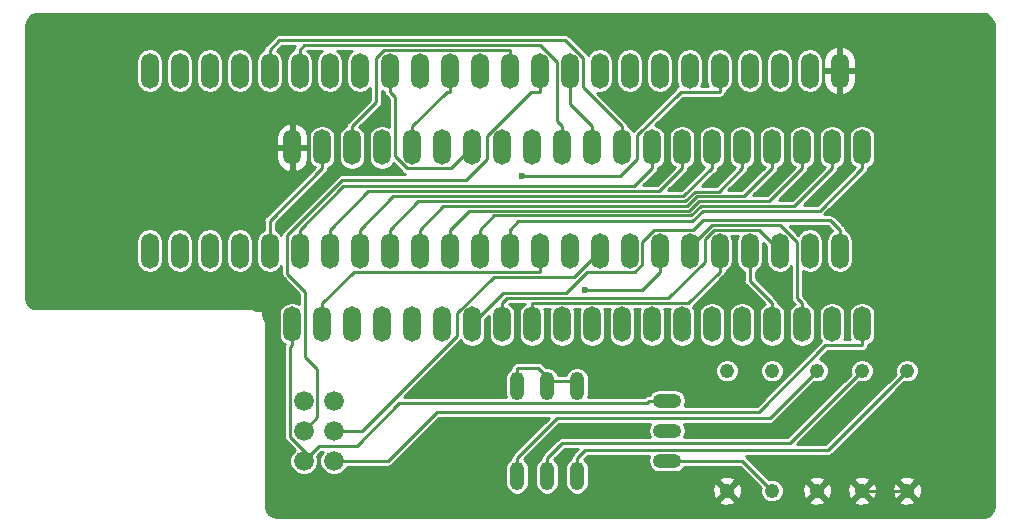
<source format=gbr>
G04 #@! TF.GenerationSoftware,KiCad,Pcbnew,(5.0.0)*
G04 #@! TF.CreationDate,2018-09-19T19:41:42-05:00*
G04 #@! TF.ProjectId,27C160_Adapter,3237433136305F416461707465722E6B,rev?*
G04 #@! TF.SameCoordinates,Original*
G04 #@! TF.FileFunction,Copper,L1,Top,Signal*
G04 #@! TF.FilePolarity,Positive*
%FSLAX46Y46*%
G04 Gerber Fmt 4.6, Leading zero omitted, Abs format (unit mm)*
G04 Created by KiCad (PCBNEW (5.0.0)) date 09/19/18 19:41:42*
%MOMM*%
%LPD*%
G01*
G04 APERTURE LIST*
G04 #@! TA.AperFunction,ComponentPad*
%ADD10O,1.500000X3.000000*%
G04 #@! TD*
G04 #@! TA.AperFunction,ComponentPad*
%ADD11C,1.219200*%
G04 #@! TD*
G04 #@! TA.AperFunction,ComponentPad*
%ADD12O,1.219200X2.438400*%
G04 #@! TD*
G04 #@! TA.AperFunction,ComponentPad*
%ADD13C,1.676400*%
G04 #@! TD*
G04 #@! TA.AperFunction,ComponentPad*
%ADD14O,2.438400X1.219200*%
G04 #@! TD*
G04 #@! TA.AperFunction,ViaPad*
%ADD15C,0.600000*%
G04 #@! TD*
G04 #@! TA.AperFunction,Conductor*
%ADD16C,0.250000*%
G04 #@! TD*
G04 #@! TA.AperFunction,Conductor*
%ADD17C,0.254000*%
G04 #@! TD*
G04 APERTURE END LIST*
D10*
G04 #@! TO.P,U1,1*
G04 #@! TO.N,/VPP*
X130086000Y-109959000D03*
G04 #@! TO.P,U1,2*
G04 #@! TO.N,/E*
X132626000Y-109959000D03*
G04 #@! TO.P,U1,3*
G04 #@! TO.N,/D15*
X135166000Y-109959000D03*
G04 #@! TO.P,U1,4*
G04 #@! TO.N,/D14*
X137706000Y-109959000D03*
G04 #@! TO.P,U1,5*
G04 #@! TO.N,/D13*
X140246000Y-109959000D03*
G04 #@! TO.P,U1,6*
G04 #@! TO.N,/D12*
X142786000Y-109959000D03*
G04 #@! TO.P,U1,7*
G04 #@! TO.N,/D11*
X145326000Y-109959000D03*
G04 #@! TO.P,U1,8*
G04 #@! TO.N,/D10*
X147866000Y-109959000D03*
G04 #@! TO.P,U1,9*
G04 #@! TO.N,/D9*
X150406000Y-109959000D03*
G04 #@! TO.P,U1,10*
G04 #@! TO.N,/D8*
X152946000Y-109959000D03*
G04 #@! TO.P,U1,11*
G04 #@! TO.N,GND*
X155486000Y-109959000D03*
G04 #@! TO.P,U1,12*
G04 #@! TO.N,/D7*
X158026000Y-109959000D03*
G04 #@! TO.P,U1,13*
G04 #@! TO.N,/D6*
X160566000Y-109959000D03*
G04 #@! TO.P,U1,14*
G04 #@! TO.N,/D5*
X163106000Y-109959000D03*
G04 #@! TO.P,U1,15*
G04 #@! TO.N,/D4*
X165646000Y-109959000D03*
G04 #@! TO.P,U1,16*
G04 #@! TO.N,/D3*
X168186000Y-109959000D03*
G04 #@! TO.P,U1,17*
G04 #@! TO.N,/D2*
X170726000Y-109959000D03*
G04 #@! TO.P,U1,18*
G04 #@! TO.N,/D1*
X173266000Y-109959000D03*
G04 #@! TO.P,U1,19*
G04 #@! TO.N,/D0*
X175806000Y-109959000D03*
G04 #@! TO.P,U1,20*
G04 #@! TO.N,/N$5*
X178346000Y-109959000D03*
G04 #@! TO.P,U1,21*
G04 #@! TO.N,/A0*
X178346000Y-94969000D03*
G04 #@! TO.P,U1,22*
G04 #@! TO.N,/A1*
X175806000Y-94969000D03*
G04 #@! TO.P,U1,23*
G04 #@! TO.N,/A2*
X173266000Y-94969000D03*
G04 #@! TO.P,U1,24*
G04 #@! TO.N,/A3*
X170726000Y-94969000D03*
G04 #@! TO.P,U1,25*
G04 #@! TO.N,/A4*
X168186000Y-94969000D03*
G04 #@! TO.P,U1,26*
G04 #@! TO.N,/A5*
X165646000Y-94969000D03*
G04 #@! TO.P,U1,27*
G04 #@! TO.N,/A6*
X163106000Y-94969000D03*
G04 #@! TO.P,U1,28*
G04 #@! TO.N,/A7*
X160566000Y-94969000D03*
G04 #@! TO.P,U1,29*
G04 #@! TO.N,/A8*
X158026000Y-94969000D03*
G04 #@! TO.P,U1,30*
G04 #@! TO.N,GND*
X155486000Y-94969000D03*
G04 #@! TO.P,U1,31*
G04 #@! TO.N,/A9*
X152946000Y-94969000D03*
G04 #@! TO.P,U1,32*
G04 #@! TO.N,/A10*
X150406000Y-94969000D03*
G04 #@! TO.P,U1,33*
G04 #@! TO.N,/A11*
X147866000Y-94969000D03*
G04 #@! TO.P,U1,34*
G04 #@! TO.N,/A12*
X145326000Y-94969000D03*
G04 #@! TO.P,U1,35*
G04 #@! TO.N,/A13*
X142786000Y-94969000D03*
G04 #@! TO.P,U1,36*
G04 #@! TO.N,/A14*
X140246000Y-94969000D03*
G04 #@! TO.P,U1,37*
G04 #@! TO.N,/A15*
X137706000Y-94969000D03*
G04 #@! TO.P,U1,38*
G04 #@! TO.N,/A16*
X135166000Y-94969000D03*
G04 #@! TO.P,U1,39*
G04 #@! TO.N,/A17*
X132626000Y-94969000D03*
G04 #@! TO.P,U1,40*
G04 #@! TO.N,VCC*
X130086000Y-94969000D03*
G04 #@! TD*
D11*
G04 #@! TO.P,R1,1*
G04 #@! TO.N,/A20*
X182156000Y-113894000D03*
G04 #@! TO.P,R1,2*
G04 #@! TO.N,VCC*
X182156000Y-124054000D03*
G04 #@! TD*
G04 #@! TO.P,R2,1*
G04 #@! TO.N,/A19*
X178346000Y-113894000D03*
G04 #@! TO.P,R2,2*
G04 #@! TO.N,VCC*
X178346000Y-124054000D03*
G04 #@! TD*
D12*
G04 #@! TO.P,SW2,1*
G04 #@! TO.N,/A18*
X149136000Y-122784000D03*
G04 #@! TO.P,SW2,2*
G04 #@! TO.N,/A19*
X151676000Y-122784000D03*
G04 #@! TO.P,SW2,3*
G04 #@! TO.N,/A20*
X154216000Y-122784000D03*
G04 #@! TO.P,SW2,4*
G04 #@! TO.N,GND*
X154216000Y-115164000D03*
G04 #@! TO.P,SW2,6*
X149136000Y-115164000D03*
G04 #@! TO.P,SW2,5*
X151676000Y-115164000D03*
G04 #@! TD*
D11*
G04 #@! TO.P,R3,1*
G04 #@! TO.N,/A18*
X174536000Y-113894000D03*
G04 #@! TO.P,R3,2*
G04 #@! TO.N,VCC*
X174536000Y-124054000D03*
G04 #@! TD*
D13*
G04 #@! TO.P,SW1,2*
G04 #@! TO.N,/N$2*
X131086000Y-118974000D03*
G04 #@! TO.P,SW1,5*
G04 #@! TO.N,/N$6*
X133626000Y-118974000D03*
G04 #@! TO.P,SW1,1*
G04 #@! TO.N,/VPP*
X131086000Y-121514000D03*
G04 #@! TO.P,SW1,3*
G04 #@! TO.N,/A20*
X131086000Y-116434000D03*
G04 #@! TO.P,SW1,4*
G04 #@! TO.N,/N$5*
X133626000Y-121514000D03*
G04 #@! TO.P,SW1,6*
G04 #@! TO.N,/N$4*
X133626000Y-116434000D03*
G04 #@! TD*
D11*
G04 #@! TO.P,R4,1*
G04 #@! TO.N,GND*
X170726000Y-113894000D03*
G04 #@! TO.P,R4,2*
G04 #@! TO.N,/N$4*
X170726000Y-124054000D03*
G04 #@! TD*
G04 #@! TO.P,R5,1*
G04 #@! TO.N,VCC*
X166916000Y-124054000D03*
G04 #@! TO.P,R5,2*
G04 #@! TO.N,/N$1*
X166916000Y-113894000D03*
G04 #@! TD*
D14*
G04 #@! TO.P,Q1,C*
G04 #@! TO.N,/N$4*
X161836000Y-121514000D03*
G04 #@! TO.P,Q1,E*
G04 #@! TO.N,/VPP*
X161836000Y-116434000D03*
G04 #@! TO.P,Q1,B*
G04 #@! TO.N,/N$1*
X161836000Y-118974000D03*
G04 #@! TD*
D10*
G04 #@! TO.P,ZX1,1*
G04 #@! TO.N,N/C*
X118021000Y-103733600D03*
G04 #@! TO.P,ZX1,2*
X120561000Y-103733600D03*
G04 #@! TO.P,ZX1,3*
X123101000Y-103733600D03*
G04 #@! TO.P,ZX1,4*
G04 #@! TO.N,/A18*
X125641000Y-103733600D03*
G04 #@! TO.P,ZX1,5*
G04 #@! TO.N,/A17*
X128181000Y-103733600D03*
G04 #@! TO.P,ZX1,6*
G04 #@! TO.N,/A7*
X130721000Y-103733600D03*
G04 #@! TO.P,ZX1,7*
G04 #@! TO.N,/A6*
X133261000Y-103733600D03*
G04 #@! TO.P,ZX1,8*
G04 #@! TO.N,/A5*
X135801000Y-103733600D03*
G04 #@! TO.P,ZX1,9*
G04 #@! TO.N,/A4*
X138341000Y-103733600D03*
G04 #@! TO.P,ZX1,10*
G04 #@! TO.N,/A3*
X140881000Y-103733600D03*
G04 #@! TO.P,ZX1,11*
G04 #@! TO.N,/A2*
X143421000Y-103733600D03*
G04 #@! TO.P,ZX1,12*
G04 #@! TO.N,/A1*
X145961000Y-103733600D03*
G04 #@! TO.P,ZX1,13*
G04 #@! TO.N,/A0*
X148501000Y-103733600D03*
G04 #@! TO.P,ZX1,14*
G04 #@! TO.N,/E*
X151041000Y-103733600D03*
G04 #@! TO.P,ZX1,15*
G04 #@! TO.N,GND*
X153581000Y-103733600D03*
G04 #@! TO.P,ZX1,16*
G04 #@! TO.N,/N$6*
X156121000Y-103733600D03*
G04 #@! TO.P,ZX1,17*
G04 #@! TO.N,/D0*
X158661000Y-103733600D03*
G04 #@! TO.P,ZX1,18*
G04 #@! TO.N,/D8*
X161201000Y-103733600D03*
G04 #@! TO.P,ZX1,19*
G04 #@! TO.N,/D1*
X163741000Y-103733600D03*
G04 #@! TO.P,ZX1,20*
G04 #@! TO.N,/D9*
X166281000Y-103733600D03*
G04 #@! TO.P,ZX1,21*
G04 #@! TO.N,/D2*
X168821000Y-103733600D03*
G04 #@! TO.P,ZX1,22*
G04 #@! TO.N,/D10*
X171361000Y-103733600D03*
G04 #@! TO.P,ZX1,23*
G04 #@! TO.N,/D3*
X173901000Y-103733600D03*
G04 #@! TO.P,ZX1,24*
G04 #@! TO.N,/D11*
X176441000Y-103733600D03*
G04 #@! TO.P,ZX1,25*
G04 #@! TO.N,VCC*
X176441000Y-88493600D03*
G04 #@! TO.P,ZX1,26*
G04 #@! TO.N,/D4*
X173901000Y-88493600D03*
G04 #@! TO.P,ZX1,27*
G04 #@! TO.N,/D12*
X171361000Y-88493600D03*
G04 #@! TO.P,ZX1,28*
G04 #@! TO.N,/D5*
X168821000Y-88493600D03*
G04 #@! TO.P,ZX1,29*
G04 #@! TO.N,/D13*
X166281000Y-88493600D03*
G04 #@! TO.P,ZX1,30*
G04 #@! TO.N,/D6*
X163741000Y-88493600D03*
G04 #@! TO.P,ZX1,31*
G04 #@! TO.N,/D14*
X161201000Y-88493600D03*
G04 #@! TO.P,ZX1,32*
G04 #@! TO.N,/D7*
X158661000Y-88493600D03*
G04 #@! TO.P,ZX1,33*
G04 #@! TO.N,/D15*
X156121000Y-88493600D03*
G04 #@! TO.P,ZX1,34*
G04 #@! TO.N,GND*
X153581000Y-88493600D03*
G04 #@! TO.P,ZX1,35*
G04 #@! TO.N,/N$2*
X151041000Y-88493600D03*
G04 #@! TO.P,ZX1,36*
G04 #@! TO.N,/A16*
X148501000Y-88493600D03*
G04 #@! TO.P,ZX1,37*
G04 #@! TO.N,/A15*
X145961000Y-88493600D03*
G04 #@! TO.P,ZX1,38*
G04 #@! TO.N,/A14*
X143421000Y-88493600D03*
G04 #@! TO.P,ZX1,39*
G04 #@! TO.N,/A13*
X140881000Y-88493600D03*
G04 #@! TO.P,ZX1,40*
G04 #@! TO.N,/A12*
X138341000Y-88493600D03*
G04 #@! TO.P,ZX1,41*
G04 #@! TO.N,/A11*
X135801000Y-88493600D03*
G04 #@! TO.P,ZX1,42*
G04 #@! TO.N,/A10*
X133261000Y-88493600D03*
G04 #@! TO.P,ZX1,43*
G04 #@! TO.N,/A9*
X130721000Y-88493600D03*
G04 #@! TO.P,ZX1,44*
G04 #@! TO.N,/A8*
X128181000Y-88493600D03*
G04 #@! TO.P,ZX1,45*
G04 #@! TO.N,/A19*
X125641000Y-88493600D03*
G04 #@! TO.P,ZX1,46*
G04 #@! TO.N,N/C*
X123101000Y-88493600D03*
G04 #@! TO.P,ZX1,47*
X120561000Y-88493600D03*
G04 #@! TO.P,ZX1,48*
X118021000Y-88493600D03*
G04 #@! TD*
D15*
G04 #@! TO.N,/D13*
X149544900Y-97372200D03*
G04 #@! TO.N,/D8*
X154896900Y-107025300D03*
G04 #@! TD*
D16*
G04 #@! TO.N,GND*
X155486000Y-94969000D02*
X155486000Y-93191300D01*
X153581000Y-88493600D02*
X153581000Y-91286300D01*
X153581000Y-91286300D02*
X155486000Y-93191300D01*
X151676000Y-114789700D02*
X151676000Y-114415500D01*
X151676000Y-115164000D02*
X151676000Y-114789700D01*
X154216000Y-115164000D02*
X154216000Y-114789700D01*
X154216000Y-114789700D02*
X151676000Y-114789700D01*
X149136000Y-115164000D02*
X149136000Y-113667100D01*
X151676000Y-114415500D02*
X150927600Y-113667100D01*
X150927600Y-113667100D02*
X149136000Y-113667100D01*
G04 #@! TO.N,VCC*
X178346000Y-124054000D02*
X182156000Y-124054000D01*
G04 #@! TO.N,/N$4*
X161836000Y-121514000D02*
X168186000Y-121514000D01*
X168186000Y-121514000D02*
X170726000Y-124054000D01*
G04 #@! TO.N,/VPP*
X131517500Y-121082500D02*
X131086000Y-121514000D01*
X160339100Y-116434000D02*
X160112100Y-116661000D01*
X160112100Y-116661000D02*
X139148300Y-116661000D01*
X139148300Y-116661000D02*
X135565300Y-120244000D01*
X135565300Y-120244000D02*
X132356000Y-120244000D01*
X132356000Y-120244000D02*
X131517500Y-121082500D01*
X131517500Y-121082500D02*
X129922600Y-119487600D01*
X129922600Y-119487600D02*
X129922600Y-111900100D01*
X129922600Y-111900100D02*
X130086000Y-111736700D01*
X130086000Y-109959000D02*
X130086000Y-111736700D01*
X161836000Y-116434000D02*
X160339100Y-116434000D01*
G04 #@! TO.N,/A20*
X154216000Y-121287100D02*
X154907900Y-120595200D01*
X154907900Y-120595200D02*
X175454800Y-120595200D01*
X175454800Y-120595200D02*
X182156000Y-113894000D01*
X154216000Y-122784000D02*
X154216000Y-121287100D01*
G04 #@! TO.N,/A19*
X151676000Y-122784000D02*
X151676000Y-121287100D01*
X178346000Y-113894000D02*
X172241500Y-119998500D01*
X172241500Y-119998500D02*
X152964600Y-119998500D01*
X152964600Y-119998500D02*
X151676000Y-121287100D01*
G04 #@! TO.N,/A18*
X149136000Y-121287100D02*
X152517700Y-117905400D01*
X152517700Y-117905400D02*
X170524600Y-117905400D01*
X170524600Y-117905400D02*
X174536000Y-113894000D01*
X149136000Y-122784000D02*
X149136000Y-121287100D01*
G04 #@! TO.N,/N$2*
X151041000Y-88493600D02*
X151041000Y-90271300D01*
X151041000Y-90271300D02*
X150328000Y-90271300D01*
X150328000Y-90271300D02*
X146596000Y-94003300D01*
X146596000Y-94003300D02*
X146596000Y-95965200D01*
X146596000Y-95965200D02*
X144812700Y-97748500D01*
X144812700Y-97748500D02*
X134352200Y-97748500D01*
X134352200Y-97748500D02*
X129687500Y-102413200D01*
X129687500Y-102413200D02*
X129687500Y-105662000D01*
X129687500Y-105662000D02*
X131213500Y-107188000D01*
X131213500Y-107188000D02*
X131213500Y-112771300D01*
X131213500Y-112771300D02*
X132213200Y-113771000D01*
X132213200Y-113771000D02*
X132213200Y-117846800D01*
X132213200Y-117846800D02*
X131086000Y-118974000D01*
G04 #@! TO.N,/N$6*
X156121000Y-103733600D02*
X153937300Y-105917300D01*
X153937300Y-105917300D02*
X147161100Y-105917300D01*
X147161100Y-105917300D02*
X144056000Y-109022400D01*
X144056000Y-109022400D02*
X144056000Y-110936000D01*
X144056000Y-110936000D02*
X136018000Y-118974000D01*
X136018000Y-118974000D02*
X133626000Y-118974000D01*
G04 #@! TO.N,/N$5*
X133626000Y-121514000D02*
X138175600Y-121514000D01*
X138175600Y-121514000D02*
X142329200Y-117360400D01*
X142329200Y-117360400D02*
X169627100Y-117360400D01*
X169627100Y-117360400D02*
X175250800Y-111736700D01*
X175250800Y-111736700D02*
X178346000Y-111736700D01*
X178346000Y-109959000D02*
X178346000Y-111736700D01*
G04 #@! TO.N,/E*
X132626000Y-109959000D02*
X132626000Y-108181300D01*
X151041000Y-103733600D02*
X151041000Y-105511300D01*
X151041000Y-105511300D02*
X135296000Y-105511300D01*
X135296000Y-105511300D02*
X132626000Y-108181300D01*
G04 #@! TO.N,/D13*
X166281000Y-90271300D02*
X162981000Y-90271300D01*
X162981000Y-90271300D02*
X159296000Y-93956300D01*
X159296000Y-93956300D02*
X159296000Y-95961900D01*
X159296000Y-95961900D02*
X157885700Y-97372200D01*
X157885700Y-97372200D02*
X149544900Y-97372200D01*
X166281000Y-88493600D02*
X166281000Y-90271300D01*
G04 #@! TO.N,/D11*
X176441000Y-101955900D02*
X175635600Y-101150500D01*
X175635600Y-101150500D02*
X164865300Y-101150500D01*
X164865300Y-101150500D02*
X164059900Y-101955900D01*
X164059900Y-101955900D02*
X160711100Y-101955900D01*
X160711100Y-101955900D02*
X159699700Y-102967300D01*
X159699700Y-102967300D02*
X159699700Y-104898300D01*
X159699700Y-104898300D02*
X159086700Y-105511300D01*
X159086700Y-105511300D02*
X155051900Y-105511300D01*
X155051900Y-105511300D02*
X153259800Y-107303400D01*
X153259800Y-107303400D02*
X147981600Y-107303400D01*
X147981600Y-107303400D02*
X145326000Y-109959000D01*
X176441000Y-103733600D02*
X176441000Y-101955900D01*
G04 #@! TO.N,/D10*
X147866000Y-109959000D02*
X147866000Y-108181300D01*
X171361000Y-103733600D02*
X169583300Y-101955900D01*
X169583300Y-101955900D02*
X165803600Y-101955900D01*
X165803600Y-101955900D02*
X165011000Y-102748500D01*
X165011000Y-102748500D02*
X165011000Y-104686700D01*
X165011000Y-104686700D02*
X161955400Y-107742300D01*
X161955400Y-107742300D02*
X148305000Y-107742300D01*
X148305000Y-107742300D02*
X147866000Y-108181300D01*
G04 #@! TO.N,/D9*
X150406000Y-109959000D02*
X150406000Y-108181300D01*
X166281000Y-103733600D02*
X166281000Y-105511300D01*
X166281000Y-105511300D02*
X163611000Y-108181300D01*
X163611000Y-108181300D02*
X150406000Y-108181300D01*
G04 #@! TO.N,/D8*
X161201000Y-105511300D02*
X159687000Y-107025300D01*
X159687000Y-107025300D02*
X154896900Y-107025300D01*
X161201000Y-103733600D02*
X161201000Y-105511300D01*
G04 #@! TO.N,/D2*
X170726000Y-109959000D02*
X170726000Y-108181300D01*
X168821000Y-103733600D02*
X168821000Y-106276300D01*
X168821000Y-106276300D02*
X170726000Y-108181300D01*
G04 #@! TO.N,/D1*
X173266000Y-108181300D02*
X172840200Y-107755500D01*
X172840200Y-107755500D02*
X172840200Y-102984900D01*
X172840200Y-102984900D02*
X171408500Y-101553200D01*
X171408500Y-101553200D02*
X165636600Y-101553200D01*
X165636600Y-101553200D02*
X163741000Y-103448800D01*
X163741000Y-103448800D02*
X163741000Y-103733600D01*
X173266000Y-109959000D02*
X173266000Y-108181300D01*
G04 #@! TO.N,/A0*
X178346000Y-96746700D02*
X174747600Y-100345100D01*
X174747600Y-100345100D02*
X164851100Y-100345100D01*
X164851100Y-100345100D02*
X163986900Y-101209300D01*
X163986900Y-101209300D02*
X149247600Y-101209300D01*
X149247600Y-101209300D02*
X148501000Y-101955900D01*
X148501000Y-103733600D02*
X148501000Y-101955900D01*
X178346000Y-94969000D02*
X178346000Y-96746700D01*
G04 #@! TO.N,/A1*
X175806000Y-96746700D02*
X172610400Y-99942300D01*
X172610400Y-99942300D02*
X164684200Y-99942300D01*
X164684200Y-99942300D02*
X163878700Y-100747800D01*
X163878700Y-100747800D02*
X147169100Y-100747800D01*
X147169100Y-100747800D02*
X145961000Y-101955900D01*
X145961000Y-103733600D02*
X145961000Y-101955900D01*
X175806000Y-94969000D02*
X175806000Y-96746700D01*
G04 #@! TO.N,/A2*
X173266000Y-96746700D02*
X170473100Y-99539600D01*
X170473100Y-99539600D02*
X164517400Y-99539600D01*
X164517400Y-99539600D02*
X163711900Y-100345100D01*
X163711900Y-100345100D02*
X145031800Y-100345100D01*
X145031800Y-100345100D02*
X143421000Y-101955900D01*
X173266000Y-94969000D02*
X173266000Y-96746700D01*
X143421000Y-103733600D02*
X143421000Y-101955900D01*
G04 #@! TO.N,/A3*
X170726000Y-96746700D02*
X168335800Y-99136900D01*
X168335800Y-99136900D02*
X164350500Y-99136900D01*
X164350500Y-99136900D02*
X163545000Y-99942400D01*
X163545000Y-99942400D02*
X142894500Y-99942400D01*
X142894500Y-99942400D02*
X140881000Y-101955900D01*
X170726000Y-94969000D02*
X170726000Y-96746700D01*
X140881000Y-103733600D02*
X140881000Y-101955900D01*
G04 #@! TO.N,/A4*
X168186000Y-96746700D02*
X166198500Y-98734200D01*
X166198500Y-98734200D02*
X164183600Y-98734200D01*
X164183600Y-98734200D02*
X163378100Y-99539700D01*
X163378100Y-99539700D02*
X140757200Y-99539700D01*
X140757200Y-99539700D02*
X138341000Y-101955900D01*
X168186000Y-94969000D02*
X168186000Y-96746700D01*
X138341000Y-103733600D02*
X138341000Y-101955900D01*
G04 #@! TO.N,/A5*
X165646000Y-96746700D02*
X165601500Y-96746700D01*
X165601500Y-96746700D02*
X163211200Y-99137000D01*
X163211200Y-99137000D02*
X138619900Y-99137000D01*
X138619900Y-99137000D02*
X135801000Y-101955900D01*
X135801000Y-103733600D02*
X135801000Y-101955900D01*
X165646000Y-94969000D02*
X165646000Y-96746700D01*
G04 #@! TO.N,/A6*
X163106000Y-96746700D02*
X161154000Y-98698700D01*
X161154000Y-98698700D02*
X136518200Y-98698700D01*
X136518200Y-98698700D02*
X133261000Y-101955900D01*
X163106000Y-94969000D02*
X163106000Y-96746700D01*
X133261000Y-103733600D02*
X133261000Y-101955900D01*
G04 #@! TO.N,/A7*
X160566000Y-96746700D02*
X159047200Y-98265500D01*
X159047200Y-98265500D02*
X134411400Y-98265500D01*
X134411400Y-98265500D02*
X130721000Y-101955900D01*
X160566000Y-94969000D02*
X160566000Y-96746700D01*
X130721000Y-103733600D02*
X130721000Y-101955900D01*
G04 #@! TO.N,/A8*
X158026000Y-94969000D02*
X158026000Y-93191300D01*
X128181000Y-88493600D02*
X128181000Y-86715900D01*
X128181000Y-86715900D02*
X129020200Y-85876700D01*
X129020200Y-85876700D02*
X153196500Y-85876700D01*
X153196500Y-85876700D02*
X154708500Y-87388700D01*
X154708500Y-87388700D02*
X154708500Y-89873800D01*
X154708500Y-89873800D02*
X158026000Y-93191300D01*
G04 #@! TO.N,/A9*
X152946000Y-94969000D02*
X152946000Y-93191300D01*
X130721000Y-88493600D02*
X130721000Y-86715900D01*
X130721000Y-86715900D02*
X131127300Y-86309600D01*
X131127300Y-86309600D02*
X151073600Y-86309600D01*
X151073600Y-86309600D02*
X152520200Y-87756200D01*
X152520200Y-87756200D02*
X152520200Y-92765500D01*
X152520200Y-92765500D02*
X152946000Y-93191300D01*
G04 #@! TO.N,/A12*
X138341000Y-88493600D02*
X138341000Y-90271300D01*
X138341000Y-90271300D02*
X138767000Y-90697300D01*
X138767000Y-90697300D02*
X138767000Y-95731600D01*
X138767000Y-95731600D02*
X139782100Y-96746700D01*
X139782100Y-96746700D02*
X143548300Y-96746700D01*
X143548300Y-96746700D02*
X145326000Y-94969000D01*
G04 #@! TO.N,/A14*
X143421000Y-88493600D02*
X143421000Y-90271300D01*
X140246000Y-94969000D02*
X140246000Y-93191300D01*
X143421000Y-90271300D02*
X143166000Y-90271300D01*
X143166000Y-90271300D02*
X140246000Y-93191300D01*
G04 #@! TO.N,/A16*
X148501000Y-88493600D02*
X148501000Y-86715900D01*
X148501000Y-86715900D02*
X137902500Y-86715900D01*
X137902500Y-86715900D02*
X137213500Y-87404900D01*
X137213500Y-87404900D02*
X137213500Y-91143800D01*
X137213500Y-91143800D02*
X135166000Y-93191300D01*
X135166000Y-94969000D02*
X135166000Y-93191300D01*
G04 #@! TO.N,/A17*
X132626000Y-94969000D02*
X132626000Y-96746700D01*
X128181000Y-103733600D02*
X128181000Y-101191700D01*
X128181000Y-101191700D02*
X132626000Y-96746700D01*
G04 #@! TD*
D17*
G04 #@! TO.N,VCC*
G36*
X188823390Y-83732572D02*
X189135916Y-83913011D01*
X189367879Y-84189453D01*
X189494780Y-84538109D01*
X189510600Y-84718932D01*
X189510601Y-125327999D01*
X189445564Y-125677205D01*
X189270384Y-125961401D01*
X189004639Y-126163477D01*
X188668850Y-126260716D01*
X188589433Y-126264600D01*
X128798995Y-126264600D01*
X128449795Y-126199564D01*
X128165599Y-126024384D01*
X127963523Y-125758639D01*
X127866284Y-125422850D01*
X127862400Y-125343433D01*
X127862400Y-124923702D01*
X166225903Y-124923702D01*
X166276600Y-125150123D01*
X166744739Y-125311374D01*
X167238952Y-125281200D01*
X167555400Y-125150123D01*
X167606097Y-124923702D01*
X166916000Y-124233605D01*
X166225903Y-124923702D01*
X127862400Y-124923702D01*
X127862400Y-109959603D01*
X127861309Y-109954116D01*
X127856674Y-109859355D01*
X127855675Y-109855146D01*
X127856097Y-109850842D01*
X127847971Y-109807211D01*
X127731549Y-109405176D01*
X127722691Y-109387564D01*
X127717422Y-109368564D01*
X127694134Y-109330784D01*
X127616848Y-109229148D01*
X127614677Y-108886455D01*
X127604702Y-108837917D01*
X127576912Y-108796890D01*
X127535536Y-108769622D01*
X127487329Y-108760260D01*
X127086578Y-108761369D01*
X127022799Y-108722055D01*
X127004403Y-108714956D01*
X126987740Y-108704423D01*
X126945115Y-108692079D01*
X126945112Y-108692078D01*
X126945111Y-108692078D01*
X126534999Y-108615698D01*
X126514397Y-108611600D01*
X108478995Y-108611600D01*
X108129795Y-108546564D01*
X107845599Y-108371384D01*
X107643523Y-108105639D01*
X107546284Y-107769850D01*
X107542400Y-107690433D01*
X107542400Y-102872210D01*
X116890000Y-102872210D01*
X116890000Y-104594991D01*
X116955623Y-104924894D01*
X117205596Y-105299005D01*
X117579707Y-105548978D01*
X118021000Y-105636757D01*
X118462294Y-105548978D01*
X118836405Y-105299005D01*
X119086378Y-104924894D01*
X119152000Y-104594991D01*
X119152000Y-102872210D01*
X119430000Y-102872210D01*
X119430000Y-104594991D01*
X119495623Y-104924894D01*
X119745596Y-105299005D01*
X120119707Y-105548978D01*
X120561000Y-105636757D01*
X121002294Y-105548978D01*
X121376405Y-105299005D01*
X121626378Y-104924894D01*
X121692000Y-104594991D01*
X121692000Y-102872210D01*
X121970000Y-102872210D01*
X121970000Y-104594991D01*
X122035623Y-104924894D01*
X122285596Y-105299005D01*
X122659707Y-105548978D01*
X123101000Y-105636757D01*
X123542294Y-105548978D01*
X123916405Y-105299005D01*
X124166378Y-104924894D01*
X124232000Y-104594991D01*
X124232000Y-102872210D01*
X124510000Y-102872210D01*
X124510000Y-104594991D01*
X124575623Y-104924894D01*
X124825596Y-105299005D01*
X125199707Y-105548978D01*
X125641000Y-105636757D01*
X126082294Y-105548978D01*
X126456405Y-105299005D01*
X126706378Y-104924894D01*
X126772000Y-104594991D01*
X126772000Y-102872209D01*
X126706378Y-102542306D01*
X126456405Y-102168195D01*
X126082293Y-101918222D01*
X125641000Y-101830443D01*
X125199706Y-101918222D01*
X124825595Y-102168195D01*
X124575622Y-102542307D01*
X124510000Y-102872210D01*
X124232000Y-102872210D01*
X124232000Y-102872209D01*
X124166378Y-102542306D01*
X123916405Y-102168195D01*
X123542293Y-101918222D01*
X123101000Y-101830443D01*
X122659706Y-101918222D01*
X122285595Y-102168195D01*
X122035622Y-102542307D01*
X121970000Y-102872210D01*
X121692000Y-102872210D01*
X121692000Y-102872209D01*
X121626378Y-102542306D01*
X121376405Y-102168195D01*
X121002293Y-101918222D01*
X120561000Y-101830443D01*
X120119706Y-101918222D01*
X119745595Y-102168195D01*
X119495622Y-102542307D01*
X119430000Y-102872210D01*
X119152000Y-102872210D01*
X119152000Y-102872209D01*
X119086378Y-102542306D01*
X118836405Y-102168195D01*
X118462293Y-101918222D01*
X118021000Y-101830443D01*
X117579706Y-101918222D01*
X117205595Y-102168195D01*
X116955622Y-102542307D01*
X116890000Y-102872210D01*
X107542400Y-102872210D01*
X107542400Y-95096000D01*
X128701000Y-95096000D01*
X128701000Y-95846000D01*
X128855028Y-96366349D01*
X129196460Y-96788145D01*
X129673316Y-97047173D01*
X129744815Y-97061318D01*
X129959000Y-96938656D01*
X129959000Y-95096000D01*
X130213000Y-95096000D01*
X130213000Y-96938656D01*
X130427185Y-97061318D01*
X130498684Y-97047173D01*
X130975540Y-96788145D01*
X131316972Y-96366349D01*
X131471000Y-95846000D01*
X131471000Y-95096000D01*
X130213000Y-95096000D01*
X129959000Y-95096000D01*
X128701000Y-95096000D01*
X107542400Y-95096000D01*
X107542400Y-94092000D01*
X128701000Y-94092000D01*
X128701000Y-94842000D01*
X129959000Y-94842000D01*
X129959000Y-92999344D01*
X130213000Y-92999344D01*
X130213000Y-94842000D01*
X131471000Y-94842000D01*
X131471000Y-94092000D01*
X131316972Y-93571651D01*
X130975540Y-93149855D01*
X130498684Y-92890827D01*
X130427185Y-92876682D01*
X130213000Y-92999344D01*
X129959000Y-92999344D01*
X129744815Y-92876682D01*
X129673316Y-92890827D01*
X129196460Y-93149855D01*
X128855028Y-93571651D01*
X128701000Y-94092000D01*
X107542400Y-94092000D01*
X107542400Y-87632210D01*
X116890000Y-87632210D01*
X116890000Y-89354991D01*
X116955623Y-89684894D01*
X117205596Y-90059005D01*
X117579707Y-90308978D01*
X118021000Y-90396757D01*
X118462294Y-90308978D01*
X118836405Y-90059005D01*
X119086378Y-89684894D01*
X119152000Y-89354991D01*
X119152000Y-87632210D01*
X119430000Y-87632210D01*
X119430000Y-89354991D01*
X119495623Y-89684894D01*
X119745596Y-90059005D01*
X120119707Y-90308978D01*
X120561000Y-90396757D01*
X121002294Y-90308978D01*
X121376405Y-90059005D01*
X121626378Y-89684894D01*
X121692000Y-89354991D01*
X121692000Y-87632210D01*
X121970000Y-87632210D01*
X121970000Y-89354991D01*
X122035623Y-89684894D01*
X122285596Y-90059005D01*
X122659707Y-90308978D01*
X123101000Y-90396757D01*
X123542294Y-90308978D01*
X123916405Y-90059005D01*
X124166378Y-89684894D01*
X124232000Y-89354991D01*
X124232000Y-87632210D01*
X124510000Y-87632210D01*
X124510000Y-89354991D01*
X124575623Y-89684894D01*
X124825596Y-90059005D01*
X125199707Y-90308978D01*
X125641000Y-90396757D01*
X126082294Y-90308978D01*
X126456405Y-90059005D01*
X126706378Y-89684894D01*
X126772000Y-89354991D01*
X126772000Y-87632210D01*
X127050000Y-87632210D01*
X127050000Y-89354991D01*
X127115623Y-89684894D01*
X127365596Y-90059005D01*
X127739707Y-90308978D01*
X128181000Y-90396757D01*
X128622294Y-90308978D01*
X128996405Y-90059005D01*
X129246378Y-89684894D01*
X129312000Y-89354991D01*
X129312000Y-87632209D01*
X129246378Y-87302306D01*
X128996405Y-86928195D01*
X128809309Y-86803182D01*
X129229792Y-86382700D01*
X130335077Y-86382700D01*
X130322661Y-86401282D01*
X130244360Y-86518469D01*
X130205087Y-86715900D01*
X130207226Y-86726652D01*
X129905595Y-86928195D01*
X129655622Y-87302307D01*
X129590000Y-87632210D01*
X129590000Y-89354991D01*
X129655623Y-89684894D01*
X129905596Y-90059005D01*
X130279707Y-90308978D01*
X130721000Y-90396757D01*
X131162294Y-90308978D01*
X131536405Y-90059005D01*
X131786378Y-89684894D01*
X131852000Y-89354991D01*
X131852000Y-87632209D01*
X131786378Y-87302306D01*
X131536405Y-86928195D01*
X131367894Y-86815600D01*
X132614105Y-86815600D01*
X132445595Y-86928195D01*
X132195622Y-87302307D01*
X132130000Y-87632210D01*
X132130000Y-89354991D01*
X132195623Y-89684894D01*
X132445596Y-90059005D01*
X132819707Y-90308978D01*
X133261000Y-90396757D01*
X133702294Y-90308978D01*
X134076405Y-90059005D01*
X134326378Y-89684894D01*
X134392000Y-89354991D01*
X134392000Y-87632209D01*
X134326378Y-87302306D01*
X134076405Y-86928195D01*
X133907894Y-86815600D01*
X135154105Y-86815600D01*
X134985595Y-86928195D01*
X134735622Y-87302307D01*
X134670000Y-87632210D01*
X134670000Y-89354991D01*
X134735623Y-89684894D01*
X134985596Y-90059005D01*
X135359707Y-90308978D01*
X135801000Y-90396757D01*
X136242294Y-90308978D01*
X136616405Y-90059005D01*
X136707501Y-89922671D01*
X136707501Y-90934207D01*
X134843445Y-92798263D01*
X134801195Y-92826494D01*
X134767661Y-92876682D01*
X134689360Y-92993869D01*
X134650087Y-93191300D01*
X134652226Y-93202052D01*
X134350596Y-93403595D01*
X134100623Y-93777706D01*
X134035000Y-94107609D01*
X134035000Y-95830390D01*
X134100622Y-96160293D01*
X134350595Y-96534405D01*
X134724706Y-96784378D01*
X135166000Y-96872157D01*
X135607293Y-96784378D01*
X135981405Y-96534405D01*
X136231378Y-96160294D01*
X136297000Y-95830391D01*
X136297000Y-94107609D01*
X136231378Y-93777706D01*
X135981405Y-93403595D01*
X135794309Y-93278582D01*
X137536055Y-91536837D01*
X137578306Y-91508606D01*
X137690141Y-91341231D01*
X137719500Y-91193635D01*
X137729413Y-91143801D01*
X137719500Y-91093967D01*
X137719500Y-90188568D01*
X137827226Y-90260548D01*
X137825087Y-90271300D01*
X137837260Y-90332494D01*
X137864360Y-90468731D01*
X137976195Y-90636106D01*
X138018445Y-90664336D01*
X138261000Y-90906892D01*
X138261001Y-93229598D01*
X138147294Y-93153622D01*
X137706000Y-93065843D01*
X137264707Y-93153622D01*
X136890596Y-93403595D01*
X136640623Y-93777706D01*
X136575000Y-94107609D01*
X136575000Y-95830390D01*
X136640622Y-96160293D01*
X136890595Y-96534405D01*
X137264706Y-96784378D01*
X137706000Y-96872157D01*
X138147293Y-96784378D01*
X138521405Y-96534405D01*
X138654709Y-96334901D01*
X139389063Y-97069255D01*
X139417294Y-97111506D01*
X139584669Y-97223341D01*
X139680987Y-97242500D01*
X134402033Y-97242500D01*
X134352199Y-97232587D01*
X134302365Y-97242500D01*
X134154769Y-97271859D01*
X133987394Y-97383694D01*
X133959163Y-97425945D01*
X129364948Y-102020161D01*
X129322694Y-102048394D01*
X129210859Y-102215770D01*
X129189986Y-102320705D01*
X129171587Y-102413200D01*
X129176451Y-102437653D01*
X128996405Y-102168195D01*
X128687000Y-101961458D01*
X128687000Y-101401291D01*
X132948555Y-97139737D01*
X132990806Y-97111506D01*
X133102641Y-96944131D01*
X133132000Y-96796535D01*
X133141913Y-96746701D01*
X133139774Y-96735948D01*
X133441405Y-96534405D01*
X133691378Y-96160294D01*
X133757000Y-95830391D01*
X133757000Y-94107609D01*
X133691378Y-93777706D01*
X133441405Y-93403595D01*
X133067294Y-93153622D01*
X132626000Y-93065843D01*
X132184707Y-93153622D01*
X131810596Y-93403595D01*
X131560623Y-93777706D01*
X131495000Y-94107609D01*
X131495000Y-95830390D01*
X131560622Y-96160293D01*
X131810595Y-96534405D01*
X131997690Y-96659418D01*
X127858446Y-100798663D01*
X127816195Y-100826894D01*
X127776206Y-100886743D01*
X127704360Y-100994269D01*
X127665087Y-101191700D01*
X127675001Y-101241539D01*
X127675001Y-101961457D01*
X127365595Y-102168195D01*
X127115622Y-102542307D01*
X127050000Y-102872210D01*
X127050000Y-104594991D01*
X127115623Y-104924894D01*
X127365596Y-105299005D01*
X127739707Y-105548978D01*
X128181000Y-105636757D01*
X128622294Y-105548978D01*
X128996405Y-105299005D01*
X129181501Y-105021990D01*
X129181501Y-105612161D01*
X129171587Y-105662000D01*
X129205773Y-105833858D01*
X129210860Y-105859431D01*
X129322695Y-106026806D01*
X129364945Y-106055036D01*
X130707500Y-107397592D01*
X130707500Y-108264032D01*
X130527293Y-108143622D01*
X130086000Y-108055843D01*
X129644706Y-108143622D01*
X129270595Y-108393595D01*
X129020622Y-108767707D01*
X128955000Y-109097610D01*
X128955000Y-110820391D01*
X129020623Y-111150294D01*
X129270596Y-111524405D01*
X129474179Y-111660435D01*
X129445960Y-111702669D01*
X129406687Y-111900100D01*
X129416601Y-111949939D01*
X129416600Y-119437766D01*
X129406687Y-119487600D01*
X129416600Y-119537434D01*
X129445959Y-119685030D01*
X129557794Y-119852406D01*
X129600047Y-119880639D01*
X130297599Y-120578191D01*
X130052412Y-120823378D01*
X129866800Y-121271486D01*
X129866800Y-121756514D01*
X130052412Y-122204622D01*
X130395378Y-122547588D01*
X130843486Y-122733200D01*
X131328514Y-122733200D01*
X131776622Y-122547588D01*
X132119588Y-122204622D01*
X132305200Y-121756514D01*
X132305200Y-121271486D01*
X132228727Y-121086864D01*
X132565592Y-120750000D01*
X132665790Y-120750000D01*
X132592412Y-120823378D01*
X132406800Y-121271486D01*
X132406800Y-121756514D01*
X132592412Y-122204622D01*
X132935378Y-122547588D01*
X133383486Y-122733200D01*
X133868514Y-122733200D01*
X134316622Y-122547588D01*
X134659588Y-122204622D01*
X134736061Y-122020000D01*
X138125766Y-122020000D01*
X138175600Y-122029913D01*
X138225434Y-122020000D01*
X138225435Y-122020000D01*
X138373031Y-121990641D01*
X138540406Y-121878806D01*
X138568639Y-121836552D01*
X142538792Y-117866400D01*
X151841108Y-117866400D01*
X148813446Y-120894063D01*
X148771195Y-120922294D01*
X148671273Y-121071840D01*
X148659360Y-121089669D01*
X148620087Y-121287100D01*
X148627222Y-121322970D01*
X148421817Y-121460217D01*
X148202875Y-121787888D01*
X148145400Y-122076835D01*
X148145401Y-123491166D01*
X148202876Y-123780113D01*
X148421818Y-124107783D01*
X148749488Y-124326725D01*
X149136000Y-124403607D01*
X149522513Y-124326725D01*
X149850183Y-124107783D01*
X150069125Y-123780113D01*
X150126600Y-123491166D01*
X150126600Y-122076834D01*
X150069125Y-121787887D01*
X149850183Y-121460217D01*
X149747251Y-121391440D01*
X152727292Y-118411400D01*
X160410933Y-118411400D01*
X160293275Y-118587487D01*
X160216393Y-118974000D01*
X160293275Y-119360513D01*
X160381466Y-119492500D01*
X153014435Y-119492500D01*
X152964600Y-119482587D01*
X152914765Y-119492500D01*
X152767169Y-119521859D01*
X152599794Y-119633694D01*
X152571563Y-119675945D01*
X151353445Y-120894064D01*
X151311195Y-120922294D01*
X151211273Y-121071840D01*
X151199360Y-121089669D01*
X151160087Y-121287100D01*
X151167222Y-121322970D01*
X150961817Y-121460217D01*
X150742875Y-121787888D01*
X150685400Y-122076835D01*
X150685401Y-123491166D01*
X150742876Y-123780113D01*
X150961818Y-124107783D01*
X151289488Y-124326725D01*
X151676000Y-124403607D01*
X152062513Y-124326725D01*
X152390183Y-124107783D01*
X152609125Y-123780113D01*
X152666600Y-123491166D01*
X152666600Y-122076834D01*
X152609125Y-121787887D01*
X152390183Y-121460217D01*
X152287251Y-121391440D01*
X153174192Y-120504500D01*
X154283008Y-120504500D01*
X153893445Y-120894064D01*
X153851195Y-120922294D01*
X153751273Y-121071840D01*
X153739360Y-121089669D01*
X153700087Y-121287100D01*
X153707222Y-121322970D01*
X153501817Y-121460217D01*
X153282875Y-121787888D01*
X153225400Y-122076835D01*
X153225401Y-123491166D01*
X153282876Y-123780113D01*
X153501818Y-124107783D01*
X153829488Y-124326725D01*
X154216000Y-124403607D01*
X154602513Y-124326725D01*
X154930183Y-124107783D01*
X155080552Y-123882739D01*
X165658626Y-123882739D01*
X165688800Y-124376952D01*
X165819877Y-124693400D01*
X166046298Y-124744097D01*
X166736395Y-124054000D01*
X167095605Y-124054000D01*
X167785702Y-124744097D01*
X168012123Y-124693400D01*
X168173374Y-124225261D01*
X168143200Y-123731048D01*
X168012123Y-123414600D01*
X167785702Y-123363903D01*
X167095605Y-124054000D01*
X166736395Y-124054000D01*
X166046298Y-123363903D01*
X165819877Y-123414600D01*
X165658626Y-123882739D01*
X155080552Y-123882739D01*
X155149125Y-123780113D01*
X155206600Y-123491166D01*
X155206600Y-123184298D01*
X166225903Y-123184298D01*
X166916000Y-123874395D01*
X167606097Y-123184298D01*
X167555400Y-122957877D01*
X167087261Y-122796626D01*
X166593048Y-122826800D01*
X166276600Y-122957877D01*
X166225903Y-123184298D01*
X155206600Y-123184298D01*
X155206600Y-122076834D01*
X155149125Y-121787887D01*
X154930183Y-121460217D01*
X154827251Y-121391440D01*
X155117492Y-121101200D01*
X160310839Y-121101200D01*
X160293275Y-121127487D01*
X160216393Y-121514000D01*
X160293275Y-121900513D01*
X160512217Y-122228183D01*
X160839887Y-122447125D01*
X161128834Y-122504600D01*
X162543166Y-122504600D01*
X162832113Y-122447125D01*
X163159783Y-122228183D01*
X163298886Y-122020000D01*
X167976409Y-122020000D01*
X169758236Y-123801827D01*
X169735400Y-123856957D01*
X169735400Y-124251043D01*
X169886210Y-124615130D01*
X170164870Y-124893790D01*
X170528957Y-125044600D01*
X170923043Y-125044600D01*
X171214916Y-124923702D01*
X173845903Y-124923702D01*
X173896600Y-125150123D01*
X174364739Y-125311374D01*
X174858952Y-125281200D01*
X175175400Y-125150123D01*
X175226097Y-124923702D01*
X177655903Y-124923702D01*
X177706600Y-125150123D01*
X178174739Y-125311374D01*
X178668952Y-125281200D01*
X178985400Y-125150123D01*
X179036097Y-124923702D01*
X181465903Y-124923702D01*
X181516600Y-125150123D01*
X181984739Y-125311374D01*
X182478952Y-125281200D01*
X182795400Y-125150123D01*
X182846097Y-124923702D01*
X182156000Y-124233605D01*
X181465903Y-124923702D01*
X179036097Y-124923702D01*
X178346000Y-124233605D01*
X177655903Y-124923702D01*
X175226097Y-124923702D01*
X174536000Y-124233605D01*
X173845903Y-124923702D01*
X171214916Y-124923702D01*
X171287130Y-124893790D01*
X171565790Y-124615130D01*
X171716600Y-124251043D01*
X171716600Y-123882739D01*
X173278626Y-123882739D01*
X173308800Y-124376952D01*
X173439877Y-124693400D01*
X173666298Y-124744097D01*
X174356395Y-124054000D01*
X174715605Y-124054000D01*
X175405702Y-124744097D01*
X175632123Y-124693400D01*
X175793374Y-124225261D01*
X175772462Y-123882739D01*
X177088626Y-123882739D01*
X177118800Y-124376952D01*
X177249877Y-124693400D01*
X177476298Y-124744097D01*
X178166395Y-124054000D01*
X178525605Y-124054000D01*
X179215702Y-124744097D01*
X179442123Y-124693400D01*
X179603374Y-124225261D01*
X179582462Y-123882739D01*
X180898626Y-123882739D01*
X180928800Y-124376952D01*
X181059877Y-124693400D01*
X181286298Y-124744097D01*
X181976395Y-124054000D01*
X182335605Y-124054000D01*
X183025702Y-124744097D01*
X183252123Y-124693400D01*
X183413374Y-124225261D01*
X183383200Y-123731048D01*
X183252123Y-123414600D01*
X183025702Y-123363903D01*
X182335605Y-124054000D01*
X181976395Y-124054000D01*
X181286298Y-123363903D01*
X181059877Y-123414600D01*
X180898626Y-123882739D01*
X179582462Y-123882739D01*
X179573200Y-123731048D01*
X179442123Y-123414600D01*
X179215702Y-123363903D01*
X178525605Y-124054000D01*
X178166395Y-124054000D01*
X177476298Y-123363903D01*
X177249877Y-123414600D01*
X177088626Y-123882739D01*
X175772462Y-123882739D01*
X175763200Y-123731048D01*
X175632123Y-123414600D01*
X175405702Y-123363903D01*
X174715605Y-124054000D01*
X174356395Y-124054000D01*
X173666298Y-123363903D01*
X173439877Y-123414600D01*
X173278626Y-123882739D01*
X171716600Y-123882739D01*
X171716600Y-123856957D01*
X171565790Y-123492870D01*
X171287130Y-123214210D01*
X171214917Y-123184298D01*
X173845903Y-123184298D01*
X174536000Y-123874395D01*
X175226097Y-123184298D01*
X177655903Y-123184298D01*
X178346000Y-123874395D01*
X179036097Y-123184298D01*
X181465903Y-123184298D01*
X182156000Y-123874395D01*
X182846097Y-123184298D01*
X182795400Y-122957877D01*
X182327261Y-122796626D01*
X181833048Y-122826800D01*
X181516600Y-122957877D01*
X181465903Y-123184298D01*
X179036097Y-123184298D01*
X178985400Y-122957877D01*
X178517261Y-122796626D01*
X178023048Y-122826800D01*
X177706600Y-122957877D01*
X177655903Y-123184298D01*
X175226097Y-123184298D01*
X175175400Y-122957877D01*
X174707261Y-122796626D01*
X174213048Y-122826800D01*
X173896600Y-122957877D01*
X173845903Y-123184298D01*
X171214917Y-123184298D01*
X170923043Y-123063400D01*
X170528957Y-123063400D01*
X170473827Y-123086236D01*
X168579039Y-121191448D01*
X168550806Y-121149194D01*
X168478977Y-121101200D01*
X175404966Y-121101200D01*
X175454800Y-121111113D01*
X175504634Y-121101200D01*
X175504635Y-121101200D01*
X175652231Y-121071841D01*
X175819606Y-120960006D01*
X175847839Y-120917752D01*
X181903827Y-114861765D01*
X181958957Y-114884600D01*
X182353043Y-114884600D01*
X182717130Y-114733790D01*
X182995790Y-114455130D01*
X183146600Y-114091043D01*
X183146600Y-113696957D01*
X182995790Y-113332870D01*
X182717130Y-113054210D01*
X182353043Y-112903400D01*
X181958957Y-112903400D01*
X181594870Y-113054210D01*
X181316210Y-113332870D01*
X181165400Y-113696957D01*
X181165400Y-114091043D01*
X181188235Y-114146173D01*
X175245209Y-120089200D01*
X172866391Y-120089200D01*
X178093827Y-114861765D01*
X178148957Y-114884600D01*
X178543043Y-114884600D01*
X178907130Y-114733790D01*
X179185790Y-114455130D01*
X179336600Y-114091043D01*
X179336600Y-113696957D01*
X179185790Y-113332870D01*
X178907130Y-113054210D01*
X178543043Y-112903400D01*
X178148957Y-112903400D01*
X177784870Y-113054210D01*
X177506210Y-113332870D01*
X177355400Y-113696957D01*
X177355400Y-114091043D01*
X177378235Y-114146173D01*
X172031909Y-119492500D01*
X163290534Y-119492500D01*
X163378725Y-119360513D01*
X163455607Y-118974000D01*
X163378725Y-118587487D01*
X163261067Y-118411400D01*
X170474766Y-118411400D01*
X170524600Y-118421313D01*
X170574434Y-118411400D01*
X170574435Y-118411400D01*
X170722031Y-118382041D01*
X170889406Y-118270206D01*
X170917639Y-118227952D01*
X174283827Y-114861765D01*
X174338957Y-114884600D01*
X174733043Y-114884600D01*
X175097130Y-114733790D01*
X175375790Y-114455130D01*
X175526600Y-114091043D01*
X175526600Y-113696957D01*
X175375790Y-113332870D01*
X175097130Y-113054210D01*
X174780171Y-112922921D01*
X175460392Y-112242700D01*
X178296165Y-112242700D01*
X178346000Y-112252613D01*
X178395835Y-112242700D01*
X178543431Y-112213341D01*
X178710806Y-112101506D01*
X178822641Y-111934131D01*
X178861913Y-111736700D01*
X178859774Y-111725948D01*
X179161405Y-111524405D01*
X179411378Y-111150294D01*
X179477000Y-110820391D01*
X179477000Y-109097609D01*
X179411378Y-108767706D01*
X179161405Y-108393595D01*
X178787293Y-108143622D01*
X178346000Y-108055843D01*
X177904706Y-108143622D01*
X177530595Y-108393595D01*
X177280622Y-108767707D01*
X177215000Y-109097610D01*
X177215000Y-110820391D01*
X177280623Y-111150294D01*
X177334349Y-111230700D01*
X176817652Y-111230700D01*
X176871378Y-111150294D01*
X176937000Y-110820391D01*
X176937000Y-109097609D01*
X176871378Y-108767706D01*
X176621405Y-108393595D01*
X176247293Y-108143622D01*
X175806000Y-108055843D01*
X175364706Y-108143622D01*
X174990595Y-108393595D01*
X174740622Y-108767707D01*
X174675000Y-109097610D01*
X174675000Y-110820391D01*
X174740623Y-111150294D01*
X174887859Y-111370648D01*
X174885994Y-111371894D01*
X174857763Y-111414145D01*
X169417509Y-116854400D01*
X163356082Y-116854400D01*
X163378725Y-116820513D01*
X163455607Y-116434000D01*
X163378725Y-116047487D01*
X163159783Y-115719817D01*
X162832113Y-115500875D01*
X162543166Y-115443400D01*
X161128834Y-115443400D01*
X160839887Y-115500875D01*
X160512217Y-115719817D01*
X160374970Y-115925222D01*
X160339099Y-115918087D01*
X160289265Y-115928000D01*
X160141669Y-115957359D01*
X159974294Y-116069194D01*
X159946061Y-116111448D01*
X159902509Y-116155000D01*
X155150142Y-116155000D01*
X155206600Y-115871166D01*
X155206600Y-114456834D01*
X155149125Y-114167887D01*
X154930183Y-113840217D01*
X154715779Y-113696957D01*
X165925400Y-113696957D01*
X165925400Y-114091043D01*
X166076210Y-114455130D01*
X166354870Y-114733790D01*
X166718957Y-114884600D01*
X167113043Y-114884600D01*
X167477130Y-114733790D01*
X167755790Y-114455130D01*
X167906600Y-114091043D01*
X167906600Y-113696957D01*
X169735400Y-113696957D01*
X169735400Y-114091043D01*
X169886210Y-114455130D01*
X170164870Y-114733790D01*
X170528957Y-114884600D01*
X170923043Y-114884600D01*
X171287130Y-114733790D01*
X171565790Y-114455130D01*
X171716600Y-114091043D01*
X171716600Y-113696957D01*
X171565790Y-113332870D01*
X171287130Y-113054210D01*
X170923043Y-112903400D01*
X170528957Y-112903400D01*
X170164870Y-113054210D01*
X169886210Y-113332870D01*
X169735400Y-113696957D01*
X167906600Y-113696957D01*
X167755790Y-113332870D01*
X167477130Y-113054210D01*
X167113043Y-112903400D01*
X166718957Y-112903400D01*
X166354870Y-113054210D01*
X166076210Y-113332870D01*
X165925400Y-113696957D01*
X154715779Y-113696957D01*
X154602512Y-113621275D01*
X154216000Y-113544393D01*
X153829487Y-113621275D01*
X153501817Y-113840217D01*
X153282875Y-114167888D01*
X153259839Y-114283700D01*
X152632162Y-114283700D01*
X152609125Y-114167887D01*
X152390183Y-113840217D01*
X152062512Y-113621275D01*
X151676000Y-113544393D01*
X151546286Y-113570195D01*
X151320638Y-113344547D01*
X151292406Y-113302294D01*
X151125031Y-113190459D01*
X150977435Y-113161100D01*
X150977434Y-113161100D01*
X150927600Y-113151187D01*
X150877766Y-113161100D01*
X149185835Y-113161100D01*
X149136000Y-113151187D01*
X149086165Y-113161100D01*
X148938569Y-113190459D01*
X148771194Y-113302294D01*
X148659359Y-113469669D01*
X148620087Y-113667100D01*
X148627222Y-113702970D01*
X148421817Y-113840217D01*
X148202875Y-114167888D01*
X148145400Y-114456835D01*
X148145401Y-115871166D01*
X148201859Y-116155000D01*
X139552591Y-116155000D01*
X144378555Y-111329037D01*
X144379592Y-111328344D01*
X144510596Y-111524405D01*
X144884707Y-111774378D01*
X145326000Y-111862157D01*
X145767294Y-111774378D01*
X146141405Y-111524405D01*
X146391378Y-111150294D01*
X146457000Y-110820391D01*
X146457000Y-109543592D01*
X146735000Y-109265592D01*
X146735000Y-110820391D01*
X146800623Y-111150294D01*
X147050596Y-111524405D01*
X147424707Y-111774378D01*
X147866000Y-111862157D01*
X148307294Y-111774378D01*
X148681405Y-111524405D01*
X148931378Y-111150294D01*
X148997000Y-110820391D01*
X148997000Y-109097609D01*
X148931378Y-108767706D01*
X148681405Y-108393595D01*
X148494309Y-108268582D01*
X148514592Y-108248300D01*
X149808044Y-108248300D01*
X149590595Y-108393595D01*
X149340622Y-108767707D01*
X149275000Y-109097610D01*
X149275000Y-110820391D01*
X149340623Y-111150294D01*
X149590596Y-111524405D01*
X149964707Y-111774378D01*
X150406000Y-111862157D01*
X150847294Y-111774378D01*
X151221405Y-111524405D01*
X151471378Y-111150294D01*
X151537000Y-110820391D01*
X151537000Y-109097609D01*
X151471378Y-108767706D01*
X151417652Y-108687300D01*
X151934348Y-108687300D01*
X151880622Y-108767707D01*
X151815000Y-109097610D01*
X151815000Y-110820391D01*
X151880623Y-111150294D01*
X152130596Y-111524405D01*
X152504707Y-111774378D01*
X152946000Y-111862157D01*
X153387294Y-111774378D01*
X153761405Y-111524405D01*
X154011378Y-111150294D01*
X154077000Y-110820391D01*
X154077000Y-109097609D01*
X154011378Y-108767706D01*
X153957652Y-108687300D01*
X154474348Y-108687300D01*
X154420622Y-108767707D01*
X154355000Y-109097610D01*
X154355000Y-110820391D01*
X154420623Y-111150294D01*
X154670596Y-111524405D01*
X155044707Y-111774378D01*
X155486000Y-111862157D01*
X155927294Y-111774378D01*
X156301405Y-111524405D01*
X156551378Y-111150294D01*
X156617000Y-110820391D01*
X156617000Y-109097609D01*
X156551378Y-108767706D01*
X156497652Y-108687300D01*
X157014348Y-108687300D01*
X156960622Y-108767707D01*
X156895000Y-109097610D01*
X156895000Y-110820391D01*
X156960623Y-111150294D01*
X157210596Y-111524405D01*
X157584707Y-111774378D01*
X158026000Y-111862157D01*
X158467294Y-111774378D01*
X158841405Y-111524405D01*
X159091378Y-111150294D01*
X159157000Y-110820391D01*
X159157000Y-109097609D01*
X159091378Y-108767706D01*
X159037652Y-108687300D01*
X159554348Y-108687300D01*
X159500622Y-108767707D01*
X159435000Y-109097610D01*
X159435000Y-110820391D01*
X159500623Y-111150294D01*
X159750596Y-111524405D01*
X160124707Y-111774378D01*
X160566000Y-111862157D01*
X161007294Y-111774378D01*
X161381405Y-111524405D01*
X161631378Y-111150294D01*
X161697000Y-110820391D01*
X161697000Y-109097609D01*
X161631378Y-108767706D01*
X161577652Y-108687300D01*
X162094348Y-108687300D01*
X162040622Y-108767707D01*
X161975000Y-109097610D01*
X161975000Y-110820391D01*
X162040623Y-111150294D01*
X162290596Y-111524405D01*
X162664707Y-111774378D01*
X163106000Y-111862157D01*
X163547294Y-111774378D01*
X163921405Y-111524405D01*
X164171378Y-111150294D01*
X164237000Y-110820391D01*
X164237000Y-109097610D01*
X164515000Y-109097610D01*
X164515000Y-110820391D01*
X164580623Y-111150294D01*
X164830596Y-111524405D01*
X165204707Y-111774378D01*
X165646000Y-111862157D01*
X166087294Y-111774378D01*
X166461405Y-111524405D01*
X166711378Y-111150294D01*
X166777000Y-110820391D01*
X166777000Y-109097610D01*
X167055000Y-109097610D01*
X167055000Y-110820391D01*
X167120623Y-111150294D01*
X167370596Y-111524405D01*
X167744707Y-111774378D01*
X168186000Y-111862157D01*
X168627294Y-111774378D01*
X169001405Y-111524405D01*
X169251378Y-111150294D01*
X169317000Y-110820391D01*
X169317000Y-109097609D01*
X169251378Y-108767706D01*
X169001405Y-108393595D01*
X168627293Y-108143622D01*
X168186000Y-108055843D01*
X167744706Y-108143622D01*
X167370595Y-108393595D01*
X167120622Y-108767707D01*
X167055000Y-109097610D01*
X166777000Y-109097610D01*
X166777000Y-109097609D01*
X166711378Y-108767706D01*
X166461405Y-108393595D01*
X166087293Y-108143622D01*
X165646000Y-108055843D01*
X165204706Y-108143622D01*
X164830595Y-108393595D01*
X164580622Y-108767707D01*
X164515000Y-109097610D01*
X164237000Y-109097610D01*
X164237000Y-109097609D01*
X164171378Y-108767706D01*
X163999558Y-108510559D01*
X164004039Y-108503852D01*
X166603555Y-105904337D01*
X166645806Y-105876106D01*
X166757641Y-105708731D01*
X166787000Y-105561135D01*
X166796913Y-105511301D01*
X166794774Y-105500548D01*
X167096405Y-105299005D01*
X167346378Y-104924894D01*
X167412000Y-104594991D01*
X167412000Y-102872209D01*
X167346378Y-102542306D01*
X167292652Y-102461900D01*
X167809348Y-102461900D01*
X167755622Y-102542307D01*
X167690000Y-102872210D01*
X167690000Y-104594991D01*
X167755623Y-104924894D01*
X168005596Y-105299005D01*
X168315001Y-105505743D01*
X168315001Y-106226461D01*
X168305087Y-106276300D01*
X168336300Y-106433213D01*
X168344360Y-106473731D01*
X168456195Y-106641106D01*
X168498445Y-106669337D01*
X170097690Y-108268582D01*
X169910595Y-108393595D01*
X169660622Y-108767707D01*
X169595000Y-109097610D01*
X169595000Y-110820391D01*
X169660623Y-111150294D01*
X169910596Y-111524405D01*
X170284707Y-111774378D01*
X170726000Y-111862157D01*
X171167294Y-111774378D01*
X171541405Y-111524405D01*
X171791378Y-111150294D01*
X171857000Y-110820391D01*
X171857000Y-109097609D01*
X171791378Y-108767706D01*
X171541405Y-108393595D01*
X171239774Y-108192052D01*
X171241913Y-108181300D01*
X171229780Y-108120306D01*
X171202641Y-107983869D01*
X171090806Y-107816494D01*
X171048555Y-107788263D01*
X169327000Y-106066709D01*
X169327000Y-105505743D01*
X169636405Y-105299005D01*
X169886378Y-104924894D01*
X169952000Y-104594991D01*
X169952000Y-103040191D01*
X170230000Y-103318192D01*
X170230000Y-104594991D01*
X170295623Y-104924894D01*
X170545596Y-105299005D01*
X170919707Y-105548978D01*
X171361000Y-105636757D01*
X171802294Y-105548978D01*
X172176405Y-105299005D01*
X172334201Y-105062847D01*
X172334200Y-107705666D01*
X172324287Y-107755500D01*
X172334200Y-107805334D01*
X172363559Y-107952930D01*
X172475394Y-108120306D01*
X172517647Y-108148538D01*
X172637690Y-108268582D01*
X172450595Y-108393595D01*
X172200622Y-108767707D01*
X172135000Y-109097610D01*
X172135000Y-110820391D01*
X172200623Y-111150294D01*
X172450596Y-111524405D01*
X172824707Y-111774378D01*
X173266000Y-111862157D01*
X173707294Y-111774378D01*
X174081405Y-111524405D01*
X174331378Y-111150294D01*
X174397000Y-110820391D01*
X174397000Y-109097609D01*
X174331378Y-108767706D01*
X174081405Y-108393595D01*
X173779774Y-108192052D01*
X173781913Y-108181299D01*
X173758751Y-108064858D01*
X173742641Y-107983869D01*
X173630806Y-107816494D01*
X173588555Y-107788263D01*
X173346200Y-107545909D01*
X173346200Y-105473135D01*
X173459707Y-105548978D01*
X173901000Y-105636757D01*
X174342294Y-105548978D01*
X174716405Y-105299005D01*
X174966378Y-104924894D01*
X175032000Y-104594991D01*
X175032000Y-102872209D01*
X174966378Y-102542306D01*
X174716405Y-102168195D01*
X174342293Y-101918222D01*
X173901000Y-101830443D01*
X173459706Y-101918222D01*
X173085595Y-102168195D01*
X172946804Y-102375911D01*
X172227392Y-101656500D01*
X175426009Y-101656500D01*
X175812690Y-102043182D01*
X175625595Y-102168195D01*
X175375622Y-102542307D01*
X175310000Y-102872210D01*
X175310000Y-104594991D01*
X175375623Y-104924894D01*
X175625596Y-105299005D01*
X175999707Y-105548978D01*
X176441000Y-105636757D01*
X176882294Y-105548978D01*
X177256405Y-105299005D01*
X177506378Y-104924894D01*
X177572000Y-104594991D01*
X177572000Y-102872209D01*
X177506378Y-102542306D01*
X177256405Y-102168195D01*
X176954774Y-101966652D01*
X176956913Y-101955900D01*
X176917641Y-101758468D01*
X176849508Y-101656500D01*
X176805806Y-101591094D01*
X176763555Y-101562863D01*
X176028638Y-100827947D01*
X176000406Y-100785694D01*
X175833031Y-100673859D01*
X175685435Y-100644500D01*
X175685434Y-100644500D01*
X175635600Y-100634587D01*
X175585766Y-100644500D01*
X175163791Y-100644500D01*
X178668555Y-97139737D01*
X178710806Y-97111506D01*
X178822641Y-96944131D01*
X178852000Y-96796535D01*
X178861913Y-96746701D01*
X178859774Y-96735948D01*
X179161405Y-96534405D01*
X179411378Y-96160294D01*
X179477000Y-95830391D01*
X179477000Y-94107609D01*
X179411378Y-93777706D01*
X179161405Y-93403595D01*
X178787293Y-93153622D01*
X178346000Y-93065843D01*
X177904706Y-93153622D01*
X177530595Y-93403595D01*
X177280622Y-93777707D01*
X177215000Y-94107610D01*
X177215000Y-95830391D01*
X177280623Y-96160294D01*
X177530596Y-96534405D01*
X177717691Y-96659418D01*
X174538009Y-99839100D01*
X173429191Y-99839100D01*
X176128555Y-97139737D01*
X176170806Y-97111506D01*
X176282641Y-96944131D01*
X176312000Y-96796535D01*
X176312000Y-96796534D01*
X176321913Y-96746700D01*
X176319774Y-96735948D01*
X176621405Y-96534405D01*
X176871378Y-96160294D01*
X176937000Y-95830391D01*
X176937000Y-94107609D01*
X176871378Y-93777706D01*
X176621405Y-93403595D01*
X176247294Y-93153622D01*
X175806000Y-93065843D01*
X175364707Y-93153622D01*
X174990596Y-93403595D01*
X174740623Y-93777706D01*
X174675000Y-94107609D01*
X174675000Y-95830390D01*
X174740622Y-96160293D01*
X174990595Y-96534405D01*
X175177690Y-96659418D01*
X172400809Y-99436300D01*
X171291991Y-99436300D01*
X173588555Y-97139737D01*
X173630806Y-97111506D01*
X173742641Y-96944131D01*
X173772000Y-96796535D01*
X173781913Y-96746701D01*
X173779774Y-96735948D01*
X174081405Y-96534405D01*
X174331378Y-96160294D01*
X174397000Y-95830391D01*
X174397000Y-94107609D01*
X174331378Y-93777706D01*
X174081405Y-93403595D01*
X173707294Y-93153622D01*
X173266000Y-93065843D01*
X172824707Y-93153622D01*
X172450596Y-93403595D01*
X172200623Y-93777706D01*
X172135000Y-94107609D01*
X172135000Y-95830390D01*
X172200622Y-96160293D01*
X172450595Y-96534405D01*
X172637690Y-96659418D01*
X170263509Y-99033600D01*
X169154691Y-99033600D01*
X171048555Y-97139737D01*
X171090806Y-97111506D01*
X171202641Y-96944131D01*
X171232000Y-96796535D01*
X171241913Y-96746701D01*
X171239774Y-96735948D01*
X171541405Y-96534405D01*
X171791378Y-96160294D01*
X171857000Y-95830391D01*
X171857000Y-94107609D01*
X171791378Y-93777706D01*
X171541405Y-93403595D01*
X171167294Y-93153622D01*
X170726000Y-93065843D01*
X170284707Y-93153622D01*
X169910596Y-93403595D01*
X169660623Y-93777706D01*
X169595000Y-94107609D01*
X169595000Y-95830390D01*
X169660622Y-96160293D01*
X169910595Y-96534405D01*
X170097690Y-96659418D01*
X168126209Y-98630900D01*
X167017391Y-98630900D01*
X168508555Y-97139737D01*
X168550806Y-97111506D01*
X168662641Y-96944131D01*
X168692000Y-96796535D01*
X168701913Y-96746701D01*
X168699774Y-96735948D01*
X169001405Y-96534405D01*
X169251378Y-96160294D01*
X169317000Y-95830391D01*
X169317000Y-94107609D01*
X169251378Y-93777706D01*
X169001405Y-93403595D01*
X168627294Y-93153622D01*
X168186000Y-93065843D01*
X167744707Y-93153622D01*
X167370596Y-93403595D01*
X167120623Y-93777706D01*
X167055000Y-94107609D01*
X167055000Y-95830390D01*
X167120622Y-96160293D01*
X167370595Y-96534405D01*
X167557690Y-96659418D01*
X165988909Y-98228200D01*
X164835592Y-98228200D01*
X165839711Y-97224081D01*
X165843431Y-97223341D01*
X166010806Y-97111506D01*
X166122641Y-96944131D01*
X166152000Y-96796535D01*
X166161913Y-96746700D01*
X166159774Y-96735948D01*
X166461405Y-96534405D01*
X166711378Y-96160294D01*
X166777000Y-95830391D01*
X166777000Y-94107609D01*
X166711378Y-93777706D01*
X166461405Y-93403595D01*
X166087294Y-93153622D01*
X165646000Y-93065843D01*
X165204707Y-93153622D01*
X164830596Y-93403595D01*
X164580623Y-93777706D01*
X164515000Y-94107609D01*
X164515000Y-95830390D01*
X164580622Y-96160293D01*
X164830595Y-96534405D01*
X164991014Y-96641594D01*
X163001609Y-98631000D01*
X161937291Y-98631000D01*
X163428555Y-97139737D01*
X163470806Y-97111506D01*
X163582641Y-96944131D01*
X163612000Y-96796535D01*
X163612000Y-96796534D01*
X163621913Y-96746700D01*
X163619774Y-96735948D01*
X163921405Y-96534405D01*
X164171378Y-96160294D01*
X164237000Y-95830391D01*
X164237000Y-94107609D01*
X164171378Y-93777706D01*
X163921405Y-93403595D01*
X163547294Y-93153622D01*
X163106000Y-93065843D01*
X162664707Y-93153622D01*
X162290596Y-93403595D01*
X162040623Y-93777706D01*
X161975000Y-94107609D01*
X161975000Y-95830390D01*
X162040622Y-96160293D01*
X162290595Y-96534405D01*
X162477690Y-96659418D01*
X160944409Y-98192700D01*
X159835592Y-98192700D01*
X160888559Y-97139734D01*
X160930806Y-97111506D01*
X160973792Y-97047173D01*
X161042641Y-96944131D01*
X161081913Y-96746700D01*
X161079774Y-96735948D01*
X161381405Y-96534405D01*
X161631378Y-96160294D01*
X161697000Y-95830391D01*
X161697000Y-94107609D01*
X161631378Y-93777706D01*
X161381405Y-93403595D01*
X161007294Y-93153622D01*
X160846294Y-93121597D01*
X163190592Y-90777300D01*
X166231165Y-90777300D01*
X166281000Y-90787213D01*
X166330835Y-90777300D01*
X166478431Y-90747941D01*
X166645806Y-90636106D01*
X166757641Y-90468731D01*
X166796913Y-90271300D01*
X166794774Y-90260548D01*
X167096405Y-90059005D01*
X167346378Y-89684894D01*
X167412000Y-89354991D01*
X167412000Y-87632210D01*
X167690000Y-87632210D01*
X167690000Y-89354991D01*
X167755623Y-89684894D01*
X168005596Y-90059005D01*
X168379707Y-90308978D01*
X168821000Y-90396757D01*
X169262294Y-90308978D01*
X169636405Y-90059005D01*
X169886378Y-89684894D01*
X169952000Y-89354991D01*
X169952000Y-87632210D01*
X170230000Y-87632210D01*
X170230000Y-89354991D01*
X170295623Y-89684894D01*
X170545596Y-90059005D01*
X170919707Y-90308978D01*
X171361000Y-90396757D01*
X171802294Y-90308978D01*
X172176405Y-90059005D01*
X172426378Y-89684894D01*
X172492000Y-89354991D01*
X172492000Y-87632210D01*
X172770000Y-87632210D01*
X172770000Y-89354991D01*
X172835623Y-89684894D01*
X173085596Y-90059005D01*
X173459707Y-90308978D01*
X173901000Y-90396757D01*
X174342294Y-90308978D01*
X174716405Y-90059005D01*
X174966378Y-89684894D01*
X175032000Y-89354991D01*
X175032000Y-88620600D01*
X175056000Y-88620600D01*
X175056000Y-89370600D01*
X175210028Y-89890949D01*
X175551460Y-90312745D01*
X176028316Y-90571773D01*
X176099815Y-90585918D01*
X176314000Y-90463256D01*
X176314000Y-88620600D01*
X176568000Y-88620600D01*
X176568000Y-90463256D01*
X176782185Y-90585918D01*
X176853684Y-90571773D01*
X177330540Y-90312745D01*
X177671972Y-89890949D01*
X177826000Y-89370600D01*
X177826000Y-88620600D01*
X176568000Y-88620600D01*
X176314000Y-88620600D01*
X175056000Y-88620600D01*
X175032000Y-88620600D01*
X175032000Y-87632209D01*
X175028896Y-87616600D01*
X175056000Y-87616600D01*
X175056000Y-88366600D01*
X176314000Y-88366600D01*
X176314000Y-86523944D01*
X176568000Y-86523944D01*
X176568000Y-88366600D01*
X177826000Y-88366600D01*
X177826000Y-87616600D01*
X177671972Y-87096251D01*
X177330540Y-86674455D01*
X176853684Y-86415427D01*
X176782185Y-86401282D01*
X176568000Y-86523944D01*
X176314000Y-86523944D01*
X176099815Y-86401282D01*
X176028316Y-86415427D01*
X175551460Y-86674455D01*
X175210028Y-87096251D01*
X175056000Y-87616600D01*
X175028896Y-87616600D01*
X174966378Y-87302306D01*
X174716405Y-86928195D01*
X174342293Y-86678222D01*
X173901000Y-86590443D01*
X173459706Y-86678222D01*
X173085595Y-86928195D01*
X172835622Y-87302307D01*
X172770000Y-87632210D01*
X172492000Y-87632210D01*
X172492000Y-87632209D01*
X172426378Y-87302306D01*
X172176405Y-86928195D01*
X171802293Y-86678222D01*
X171361000Y-86590443D01*
X170919706Y-86678222D01*
X170545595Y-86928195D01*
X170295622Y-87302307D01*
X170230000Y-87632210D01*
X169952000Y-87632210D01*
X169952000Y-87632209D01*
X169886378Y-87302306D01*
X169636405Y-86928195D01*
X169262293Y-86678222D01*
X168821000Y-86590443D01*
X168379706Y-86678222D01*
X168005595Y-86928195D01*
X167755622Y-87302307D01*
X167690000Y-87632210D01*
X167412000Y-87632210D01*
X167412000Y-87632209D01*
X167346378Y-87302306D01*
X167096405Y-86928195D01*
X166722293Y-86678222D01*
X166281000Y-86590443D01*
X165839706Y-86678222D01*
X165465595Y-86928195D01*
X165215622Y-87302307D01*
X165150000Y-87632210D01*
X165150000Y-89354991D01*
X165215623Y-89684894D01*
X165269349Y-89765300D01*
X164752652Y-89765300D01*
X164806378Y-89684894D01*
X164872000Y-89354991D01*
X164872000Y-87632209D01*
X164806378Y-87302306D01*
X164556405Y-86928195D01*
X164182293Y-86678222D01*
X163741000Y-86590443D01*
X163299706Y-86678222D01*
X162925595Y-86928195D01*
X162675622Y-87302307D01*
X162610000Y-87632210D01*
X162610000Y-89354991D01*
X162675623Y-89684894D01*
X162759646Y-89810644D01*
X162616194Y-89906494D01*
X162587963Y-89948745D01*
X158973448Y-93563261D01*
X158955917Y-93574975D01*
X158841405Y-93403595D01*
X158539774Y-93202052D01*
X158541913Y-93191299D01*
X158521376Y-93088057D01*
X158502641Y-92993869D01*
X158390806Y-92826494D01*
X158348555Y-92798263D01*
X155903855Y-90353564D01*
X156121000Y-90396757D01*
X156562294Y-90308978D01*
X156936405Y-90059005D01*
X157186378Y-89684894D01*
X157252000Y-89354991D01*
X157252000Y-87632210D01*
X157530000Y-87632210D01*
X157530000Y-89354991D01*
X157595623Y-89684894D01*
X157845596Y-90059005D01*
X158219707Y-90308978D01*
X158661000Y-90396757D01*
X159102294Y-90308978D01*
X159476405Y-90059005D01*
X159726378Y-89684894D01*
X159792000Y-89354991D01*
X159792000Y-87632210D01*
X160070000Y-87632210D01*
X160070000Y-89354991D01*
X160135623Y-89684894D01*
X160385596Y-90059005D01*
X160759707Y-90308978D01*
X161201000Y-90396757D01*
X161642294Y-90308978D01*
X162016405Y-90059005D01*
X162266378Y-89684894D01*
X162332000Y-89354991D01*
X162332000Y-87632209D01*
X162266378Y-87302306D01*
X162016405Y-86928195D01*
X161642293Y-86678222D01*
X161201000Y-86590443D01*
X160759706Y-86678222D01*
X160385595Y-86928195D01*
X160135622Y-87302307D01*
X160070000Y-87632210D01*
X159792000Y-87632210D01*
X159792000Y-87632209D01*
X159726378Y-87302306D01*
X159476405Y-86928195D01*
X159102293Y-86678222D01*
X158661000Y-86590443D01*
X158219706Y-86678222D01*
X157845595Y-86928195D01*
X157595622Y-87302307D01*
X157530000Y-87632210D01*
X157252000Y-87632210D01*
X157252000Y-87632209D01*
X157186378Y-87302306D01*
X156936405Y-86928195D01*
X156562293Y-86678222D01*
X156121000Y-86590443D01*
X155679706Y-86678222D01*
X155305595Y-86928195D01*
X155157478Y-87149868D01*
X155073306Y-87023894D01*
X155031056Y-86995664D01*
X153589539Y-85554147D01*
X153561306Y-85511894D01*
X153393931Y-85400059D01*
X153246335Y-85370700D01*
X153246334Y-85370700D01*
X153196500Y-85360787D01*
X153146666Y-85370700D01*
X129070033Y-85370700D01*
X129020199Y-85360787D01*
X128970365Y-85370700D01*
X128822769Y-85400059D01*
X128655394Y-85511894D01*
X128627163Y-85554145D01*
X127858445Y-86322864D01*
X127816195Y-86351094D01*
X127782661Y-86401282D01*
X127704360Y-86518469D01*
X127665087Y-86715900D01*
X127667226Y-86726652D01*
X127365595Y-86928195D01*
X127115622Y-87302307D01*
X127050000Y-87632210D01*
X126772000Y-87632210D01*
X126772000Y-87632209D01*
X126706378Y-87302306D01*
X126456405Y-86928195D01*
X126082293Y-86678222D01*
X125641000Y-86590443D01*
X125199706Y-86678222D01*
X124825595Y-86928195D01*
X124575622Y-87302307D01*
X124510000Y-87632210D01*
X124232000Y-87632210D01*
X124232000Y-87632209D01*
X124166378Y-87302306D01*
X123916405Y-86928195D01*
X123542293Y-86678222D01*
X123101000Y-86590443D01*
X122659706Y-86678222D01*
X122285595Y-86928195D01*
X122035622Y-87302307D01*
X121970000Y-87632210D01*
X121692000Y-87632210D01*
X121692000Y-87632209D01*
X121626378Y-87302306D01*
X121376405Y-86928195D01*
X121002293Y-86678222D01*
X120561000Y-86590443D01*
X120119706Y-86678222D01*
X119745595Y-86928195D01*
X119495622Y-87302307D01*
X119430000Y-87632210D01*
X119152000Y-87632210D01*
X119152000Y-87632209D01*
X119086378Y-87302306D01*
X118836405Y-86928195D01*
X118462293Y-86678222D01*
X118021000Y-86590443D01*
X117579706Y-86678222D01*
X117205595Y-86928195D01*
X116955622Y-87302307D01*
X116890000Y-87632210D01*
X107542400Y-87632210D01*
X107542400Y-84728893D01*
X107608572Y-84353610D01*
X107789011Y-84041084D01*
X108065453Y-83809121D01*
X108414109Y-83682220D01*
X108594932Y-83666400D01*
X188448107Y-83666400D01*
X188823390Y-83732572D01*
X188823390Y-83732572D01*
G37*
X188823390Y-83732572D02*
X189135916Y-83913011D01*
X189367879Y-84189453D01*
X189494780Y-84538109D01*
X189510600Y-84718932D01*
X189510601Y-125327999D01*
X189445564Y-125677205D01*
X189270384Y-125961401D01*
X189004639Y-126163477D01*
X188668850Y-126260716D01*
X188589433Y-126264600D01*
X128798995Y-126264600D01*
X128449795Y-126199564D01*
X128165599Y-126024384D01*
X127963523Y-125758639D01*
X127866284Y-125422850D01*
X127862400Y-125343433D01*
X127862400Y-124923702D01*
X166225903Y-124923702D01*
X166276600Y-125150123D01*
X166744739Y-125311374D01*
X167238952Y-125281200D01*
X167555400Y-125150123D01*
X167606097Y-124923702D01*
X166916000Y-124233605D01*
X166225903Y-124923702D01*
X127862400Y-124923702D01*
X127862400Y-109959603D01*
X127861309Y-109954116D01*
X127856674Y-109859355D01*
X127855675Y-109855146D01*
X127856097Y-109850842D01*
X127847971Y-109807211D01*
X127731549Y-109405176D01*
X127722691Y-109387564D01*
X127717422Y-109368564D01*
X127694134Y-109330784D01*
X127616848Y-109229148D01*
X127614677Y-108886455D01*
X127604702Y-108837917D01*
X127576912Y-108796890D01*
X127535536Y-108769622D01*
X127487329Y-108760260D01*
X127086578Y-108761369D01*
X127022799Y-108722055D01*
X127004403Y-108714956D01*
X126987740Y-108704423D01*
X126945115Y-108692079D01*
X126945112Y-108692078D01*
X126945111Y-108692078D01*
X126534999Y-108615698D01*
X126514397Y-108611600D01*
X108478995Y-108611600D01*
X108129795Y-108546564D01*
X107845599Y-108371384D01*
X107643523Y-108105639D01*
X107546284Y-107769850D01*
X107542400Y-107690433D01*
X107542400Y-102872210D01*
X116890000Y-102872210D01*
X116890000Y-104594991D01*
X116955623Y-104924894D01*
X117205596Y-105299005D01*
X117579707Y-105548978D01*
X118021000Y-105636757D01*
X118462294Y-105548978D01*
X118836405Y-105299005D01*
X119086378Y-104924894D01*
X119152000Y-104594991D01*
X119152000Y-102872210D01*
X119430000Y-102872210D01*
X119430000Y-104594991D01*
X119495623Y-104924894D01*
X119745596Y-105299005D01*
X120119707Y-105548978D01*
X120561000Y-105636757D01*
X121002294Y-105548978D01*
X121376405Y-105299005D01*
X121626378Y-104924894D01*
X121692000Y-104594991D01*
X121692000Y-102872210D01*
X121970000Y-102872210D01*
X121970000Y-104594991D01*
X122035623Y-104924894D01*
X122285596Y-105299005D01*
X122659707Y-105548978D01*
X123101000Y-105636757D01*
X123542294Y-105548978D01*
X123916405Y-105299005D01*
X124166378Y-104924894D01*
X124232000Y-104594991D01*
X124232000Y-102872210D01*
X124510000Y-102872210D01*
X124510000Y-104594991D01*
X124575623Y-104924894D01*
X124825596Y-105299005D01*
X125199707Y-105548978D01*
X125641000Y-105636757D01*
X126082294Y-105548978D01*
X126456405Y-105299005D01*
X126706378Y-104924894D01*
X126772000Y-104594991D01*
X126772000Y-102872209D01*
X126706378Y-102542306D01*
X126456405Y-102168195D01*
X126082293Y-101918222D01*
X125641000Y-101830443D01*
X125199706Y-101918222D01*
X124825595Y-102168195D01*
X124575622Y-102542307D01*
X124510000Y-102872210D01*
X124232000Y-102872210D01*
X124232000Y-102872209D01*
X124166378Y-102542306D01*
X123916405Y-102168195D01*
X123542293Y-101918222D01*
X123101000Y-101830443D01*
X122659706Y-101918222D01*
X122285595Y-102168195D01*
X122035622Y-102542307D01*
X121970000Y-102872210D01*
X121692000Y-102872210D01*
X121692000Y-102872209D01*
X121626378Y-102542306D01*
X121376405Y-102168195D01*
X121002293Y-101918222D01*
X120561000Y-101830443D01*
X120119706Y-101918222D01*
X119745595Y-102168195D01*
X119495622Y-102542307D01*
X119430000Y-102872210D01*
X119152000Y-102872210D01*
X119152000Y-102872209D01*
X119086378Y-102542306D01*
X118836405Y-102168195D01*
X118462293Y-101918222D01*
X118021000Y-101830443D01*
X117579706Y-101918222D01*
X117205595Y-102168195D01*
X116955622Y-102542307D01*
X116890000Y-102872210D01*
X107542400Y-102872210D01*
X107542400Y-95096000D01*
X128701000Y-95096000D01*
X128701000Y-95846000D01*
X128855028Y-96366349D01*
X129196460Y-96788145D01*
X129673316Y-97047173D01*
X129744815Y-97061318D01*
X129959000Y-96938656D01*
X129959000Y-95096000D01*
X130213000Y-95096000D01*
X130213000Y-96938656D01*
X130427185Y-97061318D01*
X130498684Y-97047173D01*
X130975540Y-96788145D01*
X131316972Y-96366349D01*
X131471000Y-95846000D01*
X131471000Y-95096000D01*
X130213000Y-95096000D01*
X129959000Y-95096000D01*
X128701000Y-95096000D01*
X107542400Y-95096000D01*
X107542400Y-94092000D01*
X128701000Y-94092000D01*
X128701000Y-94842000D01*
X129959000Y-94842000D01*
X129959000Y-92999344D01*
X130213000Y-92999344D01*
X130213000Y-94842000D01*
X131471000Y-94842000D01*
X131471000Y-94092000D01*
X131316972Y-93571651D01*
X130975540Y-93149855D01*
X130498684Y-92890827D01*
X130427185Y-92876682D01*
X130213000Y-92999344D01*
X129959000Y-92999344D01*
X129744815Y-92876682D01*
X129673316Y-92890827D01*
X129196460Y-93149855D01*
X128855028Y-93571651D01*
X128701000Y-94092000D01*
X107542400Y-94092000D01*
X107542400Y-87632210D01*
X116890000Y-87632210D01*
X116890000Y-89354991D01*
X116955623Y-89684894D01*
X117205596Y-90059005D01*
X117579707Y-90308978D01*
X118021000Y-90396757D01*
X118462294Y-90308978D01*
X118836405Y-90059005D01*
X119086378Y-89684894D01*
X119152000Y-89354991D01*
X119152000Y-87632210D01*
X119430000Y-87632210D01*
X119430000Y-89354991D01*
X119495623Y-89684894D01*
X119745596Y-90059005D01*
X120119707Y-90308978D01*
X120561000Y-90396757D01*
X121002294Y-90308978D01*
X121376405Y-90059005D01*
X121626378Y-89684894D01*
X121692000Y-89354991D01*
X121692000Y-87632210D01*
X121970000Y-87632210D01*
X121970000Y-89354991D01*
X122035623Y-89684894D01*
X122285596Y-90059005D01*
X122659707Y-90308978D01*
X123101000Y-90396757D01*
X123542294Y-90308978D01*
X123916405Y-90059005D01*
X124166378Y-89684894D01*
X124232000Y-89354991D01*
X124232000Y-87632210D01*
X124510000Y-87632210D01*
X124510000Y-89354991D01*
X124575623Y-89684894D01*
X124825596Y-90059005D01*
X125199707Y-90308978D01*
X125641000Y-90396757D01*
X126082294Y-90308978D01*
X126456405Y-90059005D01*
X126706378Y-89684894D01*
X126772000Y-89354991D01*
X126772000Y-87632210D01*
X127050000Y-87632210D01*
X127050000Y-89354991D01*
X127115623Y-89684894D01*
X127365596Y-90059005D01*
X127739707Y-90308978D01*
X128181000Y-90396757D01*
X128622294Y-90308978D01*
X128996405Y-90059005D01*
X129246378Y-89684894D01*
X129312000Y-89354991D01*
X129312000Y-87632209D01*
X129246378Y-87302306D01*
X128996405Y-86928195D01*
X128809309Y-86803182D01*
X129229792Y-86382700D01*
X130335077Y-86382700D01*
X130322661Y-86401282D01*
X130244360Y-86518469D01*
X130205087Y-86715900D01*
X130207226Y-86726652D01*
X129905595Y-86928195D01*
X129655622Y-87302307D01*
X129590000Y-87632210D01*
X129590000Y-89354991D01*
X129655623Y-89684894D01*
X129905596Y-90059005D01*
X130279707Y-90308978D01*
X130721000Y-90396757D01*
X131162294Y-90308978D01*
X131536405Y-90059005D01*
X131786378Y-89684894D01*
X131852000Y-89354991D01*
X131852000Y-87632209D01*
X131786378Y-87302306D01*
X131536405Y-86928195D01*
X131367894Y-86815600D01*
X132614105Y-86815600D01*
X132445595Y-86928195D01*
X132195622Y-87302307D01*
X132130000Y-87632210D01*
X132130000Y-89354991D01*
X132195623Y-89684894D01*
X132445596Y-90059005D01*
X132819707Y-90308978D01*
X133261000Y-90396757D01*
X133702294Y-90308978D01*
X134076405Y-90059005D01*
X134326378Y-89684894D01*
X134392000Y-89354991D01*
X134392000Y-87632209D01*
X134326378Y-87302306D01*
X134076405Y-86928195D01*
X133907894Y-86815600D01*
X135154105Y-86815600D01*
X134985595Y-86928195D01*
X134735622Y-87302307D01*
X134670000Y-87632210D01*
X134670000Y-89354991D01*
X134735623Y-89684894D01*
X134985596Y-90059005D01*
X135359707Y-90308978D01*
X135801000Y-90396757D01*
X136242294Y-90308978D01*
X136616405Y-90059005D01*
X136707501Y-89922671D01*
X136707501Y-90934207D01*
X134843445Y-92798263D01*
X134801195Y-92826494D01*
X134767661Y-92876682D01*
X134689360Y-92993869D01*
X134650087Y-93191300D01*
X134652226Y-93202052D01*
X134350596Y-93403595D01*
X134100623Y-93777706D01*
X134035000Y-94107609D01*
X134035000Y-95830390D01*
X134100622Y-96160293D01*
X134350595Y-96534405D01*
X134724706Y-96784378D01*
X135166000Y-96872157D01*
X135607293Y-96784378D01*
X135981405Y-96534405D01*
X136231378Y-96160294D01*
X136297000Y-95830391D01*
X136297000Y-94107609D01*
X136231378Y-93777706D01*
X135981405Y-93403595D01*
X135794309Y-93278582D01*
X137536055Y-91536837D01*
X137578306Y-91508606D01*
X137690141Y-91341231D01*
X137719500Y-91193635D01*
X137729413Y-91143801D01*
X137719500Y-91093967D01*
X137719500Y-90188568D01*
X137827226Y-90260548D01*
X137825087Y-90271300D01*
X137837260Y-90332494D01*
X137864360Y-90468731D01*
X137976195Y-90636106D01*
X138018445Y-90664336D01*
X138261000Y-90906892D01*
X138261001Y-93229598D01*
X138147294Y-93153622D01*
X137706000Y-93065843D01*
X137264707Y-93153622D01*
X136890596Y-93403595D01*
X136640623Y-93777706D01*
X136575000Y-94107609D01*
X136575000Y-95830390D01*
X136640622Y-96160293D01*
X136890595Y-96534405D01*
X137264706Y-96784378D01*
X137706000Y-96872157D01*
X138147293Y-96784378D01*
X138521405Y-96534405D01*
X138654709Y-96334901D01*
X139389063Y-97069255D01*
X139417294Y-97111506D01*
X139584669Y-97223341D01*
X139680987Y-97242500D01*
X134402033Y-97242500D01*
X134352199Y-97232587D01*
X134302365Y-97242500D01*
X134154769Y-97271859D01*
X133987394Y-97383694D01*
X133959163Y-97425945D01*
X129364948Y-102020161D01*
X129322694Y-102048394D01*
X129210859Y-102215770D01*
X129189986Y-102320705D01*
X129171587Y-102413200D01*
X129176451Y-102437653D01*
X128996405Y-102168195D01*
X128687000Y-101961458D01*
X128687000Y-101401291D01*
X132948555Y-97139737D01*
X132990806Y-97111506D01*
X133102641Y-96944131D01*
X133132000Y-96796535D01*
X133141913Y-96746701D01*
X133139774Y-96735948D01*
X133441405Y-96534405D01*
X133691378Y-96160294D01*
X133757000Y-95830391D01*
X133757000Y-94107609D01*
X133691378Y-93777706D01*
X133441405Y-93403595D01*
X133067294Y-93153622D01*
X132626000Y-93065843D01*
X132184707Y-93153622D01*
X131810596Y-93403595D01*
X131560623Y-93777706D01*
X131495000Y-94107609D01*
X131495000Y-95830390D01*
X131560622Y-96160293D01*
X131810595Y-96534405D01*
X131997690Y-96659418D01*
X127858446Y-100798663D01*
X127816195Y-100826894D01*
X127776206Y-100886743D01*
X127704360Y-100994269D01*
X127665087Y-101191700D01*
X127675001Y-101241539D01*
X127675001Y-101961457D01*
X127365595Y-102168195D01*
X127115622Y-102542307D01*
X127050000Y-102872210D01*
X127050000Y-104594991D01*
X127115623Y-104924894D01*
X127365596Y-105299005D01*
X127739707Y-105548978D01*
X128181000Y-105636757D01*
X128622294Y-105548978D01*
X128996405Y-105299005D01*
X129181501Y-105021990D01*
X129181501Y-105612161D01*
X129171587Y-105662000D01*
X129205773Y-105833858D01*
X129210860Y-105859431D01*
X129322695Y-106026806D01*
X129364945Y-106055036D01*
X130707500Y-107397592D01*
X130707500Y-108264032D01*
X130527293Y-108143622D01*
X130086000Y-108055843D01*
X129644706Y-108143622D01*
X129270595Y-108393595D01*
X129020622Y-108767707D01*
X128955000Y-109097610D01*
X128955000Y-110820391D01*
X129020623Y-111150294D01*
X129270596Y-111524405D01*
X129474179Y-111660435D01*
X129445960Y-111702669D01*
X129406687Y-111900100D01*
X129416601Y-111949939D01*
X129416600Y-119437766D01*
X129406687Y-119487600D01*
X129416600Y-119537434D01*
X129445959Y-119685030D01*
X129557794Y-119852406D01*
X129600047Y-119880639D01*
X130297599Y-120578191D01*
X130052412Y-120823378D01*
X129866800Y-121271486D01*
X129866800Y-121756514D01*
X130052412Y-122204622D01*
X130395378Y-122547588D01*
X130843486Y-122733200D01*
X131328514Y-122733200D01*
X131776622Y-122547588D01*
X132119588Y-122204622D01*
X132305200Y-121756514D01*
X132305200Y-121271486D01*
X132228727Y-121086864D01*
X132565592Y-120750000D01*
X132665790Y-120750000D01*
X132592412Y-120823378D01*
X132406800Y-121271486D01*
X132406800Y-121756514D01*
X132592412Y-122204622D01*
X132935378Y-122547588D01*
X133383486Y-122733200D01*
X133868514Y-122733200D01*
X134316622Y-122547588D01*
X134659588Y-122204622D01*
X134736061Y-122020000D01*
X138125766Y-122020000D01*
X138175600Y-122029913D01*
X138225434Y-122020000D01*
X138225435Y-122020000D01*
X138373031Y-121990641D01*
X138540406Y-121878806D01*
X138568639Y-121836552D01*
X142538792Y-117866400D01*
X151841108Y-117866400D01*
X148813446Y-120894063D01*
X148771195Y-120922294D01*
X148671273Y-121071840D01*
X148659360Y-121089669D01*
X148620087Y-121287100D01*
X148627222Y-121322970D01*
X148421817Y-121460217D01*
X148202875Y-121787888D01*
X148145400Y-122076835D01*
X148145401Y-123491166D01*
X148202876Y-123780113D01*
X148421818Y-124107783D01*
X148749488Y-124326725D01*
X149136000Y-124403607D01*
X149522513Y-124326725D01*
X149850183Y-124107783D01*
X150069125Y-123780113D01*
X150126600Y-123491166D01*
X150126600Y-122076834D01*
X150069125Y-121787887D01*
X149850183Y-121460217D01*
X149747251Y-121391440D01*
X152727292Y-118411400D01*
X160410933Y-118411400D01*
X160293275Y-118587487D01*
X160216393Y-118974000D01*
X160293275Y-119360513D01*
X160381466Y-119492500D01*
X153014435Y-119492500D01*
X152964600Y-119482587D01*
X152914765Y-119492500D01*
X152767169Y-119521859D01*
X152599794Y-119633694D01*
X152571563Y-119675945D01*
X151353445Y-120894064D01*
X151311195Y-120922294D01*
X151211273Y-121071840D01*
X151199360Y-121089669D01*
X151160087Y-121287100D01*
X151167222Y-121322970D01*
X150961817Y-121460217D01*
X150742875Y-121787888D01*
X150685400Y-122076835D01*
X150685401Y-123491166D01*
X150742876Y-123780113D01*
X150961818Y-124107783D01*
X151289488Y-124326725D01*
X151676000Y-124403607D01*
X152062513Y-124326725D01*
X152390183Y-124107783D01*
X152609125Y-123780113D01*
X152666600Y-123491166D01*
X152666600Y-122076834D01*
X152609125Y-121787887D01*
X152390183Y-121460217D01*
X152287251Y-121391440D01*
X153174192Y-120504500D01*
X154283008Y-120504500D01*
X153893445Y-120894064D01*
X153851195Y-120922294D01*
X153751273Y-121071840D01*
X153739360Y-121089669D01*
X153700087Y-121287100D01*
X153707222Y-121322970D01*
X153501817Y-121460217D01*
X153282875Y-121787888D01*
X153225400Y-122076835D01*
X153225401Y-123491166D01*
X153282876Y-123780113D01*
X153501818Y-124107783D01*
X153829488Y-124326725D01*
X154216000Y-124403607D01*
X154602513Y-124326725D01*
X154930183Y-124107783D01*
X155080552Y-123882739D01*
X165658626Y-123882739D01*
X165688800Y-124376952D01*
X165819877Y-124693400D01*
X166046298Y-124744097D01*
X166736395Y-124054000D01*
X167095605Y-124054000D01*
X167785702Y-124744097D01*
X168012123Y-124693400D01*
X168173374Y-124225261D01*
X168143200Y-123731048D01*
X168012123Y-123414600D01*
X167785702Y-123363903D01*
X167095605Y-124054000D01*
X166736395Y-124054000D01*
X166046298Y-123363903D01*
X165819877Y-123414600D01*
X165658626Y-123882739D01*
X155080552Y-123882739D01*
X155149125Y-123780113D01*
X155206600Y-123491166D01*
X155206600Y-123184298D01*
X166225903Y-123184298D01*
X166916000Y-123874395D01*
X167606097Y-123184298D01*
X167555400Y-122957877D01*
X167087261Y-122796626D01*
X166593048Y-122826800D01*
X166276600Y-122957877D01*
X166225903Y-123184298D01*
X155206600Y-123184298D01*
X155206600Y-122076834D01*
X155149125Y-121787887D01*
X154930183Y-121460217D01*
X154827251Y-121391440D01*
X155117492Y-121101200D01*
X160310839Y-121101200D01*
X160293275Y-121127487D01*
X160216393Y-121514000D01*
X160293275Y-121900513D01*
X160512217Y-122228183D01*
X160839887Y-122447125D01*
X161128834Y-122504600D01*
X162543166Y-122504600D01*
X162832113Y-122447125D01*
X163159783Y-122228183D01*
X163298886Y-122020000D01*
X167976409Y-122020000D01*
X169758236Y-123801827D01*
X169735400Y-123856957D01*
X169735400Y-124251043D01*
X169886210Y-124615130D01*
X170164870Y-124893790D01*
X170528957Y-125044600D01*
X170923043Y-125044600D01*
X171214916Y-124923702D01*
X173845903Y-124923702D01*
X173896600Y-125150123D01*
X174364739Y-125311374D01*
X174858952Y-125281200D01*
X175175400Y-125150123D01*
X175226097Y-124923702D01*
X177655903Y-124923702D01*
X177706600Y-125150123D01*
X178174739Y-125311374D01*
X178668952Y-125281200D01*
X178985400Y-125150123D01*
X179036097Y-124923702D01*
X181465903Y-124923702D01*
X181516600Y-125150123D01*
X181984739Y-125311374D01*
X182478952Y-125281200D01*
X182795400Y-125150123D01*
X182846097Y-124923702D01*
X182156000Y-124233605D01*
X181465903Y-124923702D01*
X179036097Y-124923702D01*
X178346000Y-124233605D01*
X177655903Y-124923702D01*
X175226097Y-124923702D01*
X174536000Y-124233605D01*
X173845903Y-124923702D01*
X171214916Y-124923702D01*
X171287130Y-124893790D01*
X171565790Y-124615130D01*
X171716600Y-124251043D01*
X171716600Y-123882739D01*
X173278626Y-123882739D01*
X173308800Y-124376952D01*
X173439877Y-124693400D01*
X173666298Y-124744097D01*
X174356395Y-124054000D01*
X174715605Y-124054000D01*
X175405702Y-124744097D01*
X175632123Y-124693400D01*
X175793374Y-124225261D01*
X175772462Y-123882739D01*
X177088626Y-123882739D01*
X177118800Y-124376952D01*
X177249877Y-124693400D01*
X177476298Y-124744097D01*
X178166395Y-124054000D01*
X178525605Y-124054000D01*
X179215702Y-124744097D01*
X179442123Y-124693400D01*
X179603374Y-124225261D01*
X179582462Y-123882739D01*
X180898626Y-123882739D01*
X180928800Y-124376952D01*
X181059877Y-124693400D01*
X181286298Y-124744097D01*
X181976395Y-124054000D01*
X182335605Y-124054000D01*
X183025702Y-124744097D01*
X183252123Y-124693400D01*
X183413374Y-124225261D01*
X183383200Y-123731048D01*
X183252123Y-123414600D01*
X183025702Y-123363903D01*
X182335605Y-124054000D01*
X181976395Y-124054000D01*
X181286298Y-123363903D01*
X181059877Y-123414600D01*
X180898626Y-123882739D01*
X179582462Y-123882739D01*
X179573200Y-123731048D01*
X179442123Y-123414600D01*
X179215702Y-123363903D01*
X178525605Y-124054000D01*
X178166395Y-124054000D01*
X177476298Y-123363903D01*
X177249877Y-123414600D01*
X177088626Y-123882739D01*
X175772462Y-123882739D01*
X175763200Y-123731048D01*
X175632123Y-123414600D01*
X175405702Y-123363903D01*
X174715605Y-124054000D01*
X174356395Y-124054000D01*
X173666298Y-123363903D01*
X173439877Y-123414600D01*
X173278626Y-123882739D01*
X171716600Y-123882739D01*
X171716600Y-123856957D01*
X171565790Y-123492870D01*
X171287130Y-123214210D01*
X171214917Y-123184298D01*
X173845903Y-123184298D01*
X174536000Y-123874395D01*
X175226097Y-123184298D01*
X177655903Y-123184298D01*
X178346000Y-123874395D01*
X179036097Y-123184298D01*
X181465903Y-123184298D01*
X182156000Y-123874395D01*
X182846097Y-123184298D01*
X182795400Y-122957877D01*
X182327261Y-122796626D01*
X181833048Y-122826800D01*
X181516600Y-122957877D01*
X181465903Y-123184298D01*
X179036097Y-123184298D01*
X178985400Y-122957877D01*
X178517261Y-122796626D01*
X178023048Y-122826800D01*
X177706600Y-122957877D01*
X177655903Y-123184298D01*
X175226097Y-123184298D01*
X175175400Y-122957877D01*
X174707261Y-122796626D01*
X174213048Y-122826800D01*
X173896600Y-122957877D01*
X173845903Y-123184298D01*
X171214917Y-123184298D01*
X170923043Y-123063400D01*
X170528957Y-123063400D01*
X170473827Y-123086236D01*
X168579039Y-121191448D01*
X168550806Y-121149194D01*
X168478977Y-121101200D01*
X175404966Y-121101200D01*
X175454800Y-121111113D01*
X175504634Y-121101200D01*
X175504635Y-121101200D01*
X175652231Y-121071841D01*
X175819606Y-120960006D01*
X175847839Y-120917752D01*
X181903827Y-114861765D01*
X181958957Y-114884600D01*
X182353043Y-114884600D01*
X182717130Y-114733790D01*
X182995790Y-114455130D01*
X183146600Y-114091043D01*
X183146600Y-113696957D01*
X182995790Y-113332870D01*
X182717130Y-113054210D01*
X182353043Y-112903400D01*
X181958957Y-112903400D01*
X181594870Y-113054210D01*
X181316210Y-113332870D01*
X181165400Y-113696957D01*
X181165400Y-114091043D01*
X181188235Y-114146173D01*
X175245209Y-120089200D01*
X172866391Y-120089200D01*
X178093827Y-114861765D01*
X178148957Y-114884600D01*
X178543043Y-114884600D01*
X178907130Y-114733790D01*
X179185790Y-114455130D01*
X179336600Y-114091043D01*
X179336600Y-113696957D01*
X179185790Y-113332870D01*
X178907130Y-113054210D01*
X178543043Y-112903400D01*
X178148957Y-112903400D01*
X177784870Y-113054210D01*
X177506210Y-113332870D01*
X177355400Y-113696957D01*
X177355400Y-114091043D01*
X177378235Y-114146173D01*
X172031909Y-119492500D01*
X163290534Y-119492500D01*
X163378725Y-119360513D01*
X163455607Y-118974000D01*
X163378725Y-118587487D01*
X163261067Y-118411400D01*
X170474766Y-118411400D01*
X170524600Y-118421313D01*
X170574434Y-118411400D01*
X170574435Y-118411400D01*
X170722031Y-118382041D01*
X170889406Y-118270206D01*
X170917639Y-118227952D01*
X174283827Y-114861765D01*
X174338957Y-114884600D01*
X174733043Y-114884600D01*
X175097130Y-114733790D01*
X175375790Y-114455130D01*
X175526600Y-114091043D01*
X175526600Y-113696957D01*
X175375790Y-113332870D01*
X175097130Y-113054210D01*
X174780171Y-112922921D01*
X175460392Y-112242700D01*
X178296165Y-112242700D01*
X178346000Y-112252613D01*
X178395835Y-112242700D01*
X178543431Y-112213341D01*
X178710806Y-112101506D01*
X178822641Y-111934131D01*
X178861913Y-111736700D01*
X178859774Y-111725948D01*
X179161405Y-111524405D01*
X179411378Y-111150294D01*
X179477000Y-110820391D01*
X179477000Y-109097609D01*
X179411378Y-108767706D01*
X179161405Y-108393595D01*
X178787293Y-108143622D01*
X178346000Y-108055843D01*
X177904706Y-108143622D01*
X177530595Y-108393595D01*
X177280622Y-108767707D01*
X177215000Y-109097610D01*
X177215000Y-110820391D01*
X177280623Y-111150294D01*
X177334349Y-111230700D01*
X176817652Y-111230700D01*
X176871378Y-111150294D01*
X176937000Y-110820391D01*
X176937000Y-109097609D01*
X176871378Y-108767706D01*
X176621405Y-108393595D01*
X176247293Y-108143622D01*
X175806000Y-108055843D01*
X175364706Y-108143622D01*
X174990595Y-108393595D01*
X174740622Y-108767707D01*
X174675000Y-109097610D01*
X174675000Y-110820391D01*
X174740623Y-111150294D01*
X174887859Y-111370648D01*
X174885994Y-111371894D01*
X174857763Y-111414145D01*
X169417509Y-116854400D01*
X163356082Y-116854400D01*
X163378725Y-116820513D01*
X163455607Y-116434000D01*
X163378725Y-116047487D01*
X163159783Y-115719817D01*
X162832113Y-115500875D01*
X162543166Y-115443400D01*
X161128834Y-115443400D01*
X160839887Y-115500875D01*
X160512217Y-115719817D01*
X160374970Y-115925222D01*
X160339099Y-115918087D01*
X160289265Y-115928000D01*
X160141669Y-115957359D01*
X159974294Y-116069194D01*
X159946061Y-116111448D01*
X159902509Y-116155000D01*
X155150142Y-116155000D01*
X155206600Y-115871166D01*
X155206600Y-114456834D01*
X155149125Y-114167887D01*
X154930183Y-113840217D01*
X154715779Y-113696957D01*
X165925400Y-113696957D01*
X165925400Y-114091043D01*
X166076210Y-114455130D01*
X166354870Y-114733790D01*
X166718957Y-114884600D01*
X167113043Y-114884600D01*
X167477130Y-114733790D01*
X167755790Y-114455130D01*
X167906600Y-114091043D01*
X167906600Y-113696957D01*
X169735400Y-113696957D01*
X169735400Y-114091043D01*
X169886210Y-114455130D01*
X170164870Y-114733790D01*
X170528957Y-114884600D01*
X170923043Y-114884600D01*
X171287130Y-114733790D01*
X171565790Y-114455130D01*
X171716600Y-114091043D01*
X171716600Y-113696957D01*
X171565790Y-113332870D01*
X171287130Y-113054210D01*
X170923043Y-112903400D01*
X170528957Y-112903400D01*
X170164870Y-113054210D01*
X169886210Y-113332870D01*
X169735400Y-113696957D01*
X167906600Y-113696957D01*
X167755790Y-113332870D01*
X167477130Y-113054210D01*
X167113043Y-112903400D01*
X166718957Y-112903400D01*
X166354870Y-113054210D01*
X166076210Y-113332870D01*
X165925400Y-113696957D01*
X154715779Y-113696957D01*
X154602512Y-113621275D01*
X154216000Y-113544393D01*
X153829487Y-113621275D01*
X153501817Y-113840217D01*
X153282875Y-114167888D01*
X153259839Y-114283700D01*
X152632162Y-114283700D01*
X152609125Y-114167887D01*
X152390183Y-113840217D01*
X152062512Y-113621275D01*
X151676000Y-113544393D01*
X151546286Y-113570195D01*
X151320638Y-113344547D01*
X151292406Y-113302294D01*
X151125031Y-113190459D01*
X150977435Y-113161100D01*
X150977434Y-113161100D01*
X150927600Y-113151187D01*
X150877766Y-113161100D01*
X149185835Y-113161100D01*
X149136000Y-113151187D01*
X149086165Y-113161100D01*
X148938569Y-113190459D01*
X148771194Y-113302294D01*
X148659359Y-113469669D01*
X148620087Y-113667100D01*
X148627222Y-113702970D01*
X148421817Y-113840217D01*
X148202875Y-114167888D01*
X148145400Y-114456835D01*
X148145401Y-115871166D01*
X148201859Y-116155000D01*
X139552591Y-116155000D01*
X144378555Y-111329037D01*
X144379592Y-111328344D01*
X144510596Y-111524405D01*
X144884707Y-111774378D01*
X145326000Y-111862157D01*
X145767294Y-111774378D01*
X146141405Y-111524405D01*
X146391378Y-111150294D01*
X146457000Y-110820391D01*
X146457000Y-109543592D01*
X146735000Y-109265592D01*
X146735000Y-110820391D01*
X146800623Y-111150294D01*
X147050596Y-111524405D01*
X147424707Y-111774378D01*
X147866000Y-111862157D01*
X148307294Y-111774378D01*
X148681405Y-111524405D01*
X148931378Y-111150294D01*
X148997000Y-110820391D01*
X148997000Y-109097609D01*
X148931378Y-108767706D01*
X148681405Y-108393595D01*
X148494309Y-108268582D01*
X148514592Y-108248300D01*
X149808044Y-108248300D01*
X149590595Y-108393595D01*
X149340622Y-108767707D01*
X149275000Y-109097610D01*
X149275000Y-110820391D01*
X149340623Y-111150294D01*
X149590596Y-111524405D01*
X149964707Y-111774378D01*
X150406000Y-111862157D01*
X150847294Y-111774378D01*
X151221405Y-111524405D01*
X151471378Y-111150294D01*
X151537000Y-110820391D01*
X151537000Y-109097609D01*
X151471378Y-108767706D01*
X151417652Y-108687300D01*
X151934348Y-108687300D01*
X151880622Y-108767707D01*
X151815000Y-109097610D01*
X151815000Y-110820391D01*
X151880623Y-111150294D01*
X152130596Y-111524405D01*
X152504707Y-111774378D01*
X152946000Y-111862157D01*
X153387294Y-111774378D01*
X153761405Y-111524405D01*
X154011378Y-111150294D01*
X154077000Y-110820391D01*
X154077000Y-109097609D01*
X154011378Y-108767706D01*
X153957652Y-108687300D01*
X154474348Y-108687300D01*
X154420622Y-108767707D01*
X154355000Y-109097610D01*
X154355000Y-110820391D01*
X154420623Y-111150294D01*
X154670596Y-111524405D01*
X155044707Y-111774378D01*
X155486000Y-111862157D01*
X155927294Y-111774378D01*
X156301405Y-111524405D01*
X156551378Y-111150294D01*
X156617000Y-110820391D01*
X156617000Y-109097609D01*
X156551378Y-108767706D01*
X156497652Y-108687300D01*
X157014348Y-108687300D01*
X156960622Y-108767707D01*
X156895000Y-109097610D01*
X156895000Y-110820391D01*
X156960623Y-111150294D01*
X157210596Y-111524405D01*
X157584707Y-111774378D01*
X158026000Y-111862157D01*
X158467294Y-111774378D01*
X158841405Y-111524405D01*
X159091378Y-111150294D01*
X159157000Y-110820391D01*
X159157000Y-109097609D01*
X159091378Y-108767706D01*
X159037652Y-108687300D01*
X159554348Y-108687300D01*
X159500622Y-108767707D01*
X159435000Y-109097610D01*
X159435000Y-110820391D01*
X159500623Y-111150294D01*
X159750596Y-111524405D01*
X160124707Y-111774378D01*
X160566000Y-111862157D01*
X161007294Y-111774378D01*
X161381405Y-111524405D01*
X161631378Y-111150294D01*
X161697000Y-110820391D01*
X161697000Y-109097609D01*
X161631378Y-108767706D01*
X161577652Y-108687300D01*
X162094348Y-108687300D01*
X162040622Y-108767707D01*
X161975000Y-109097610D01*
X161975000Y-110820391D01*
X162040623Y-111150294D01*
X162290596Y-111524405D01*
X162664707Y-111774378D01*
X163106000Y-111862157D01*
X163547294Y-111774378D01*
X163921405Y-111524405D01*
X164171378Y-111150294D01*
X164237000Y-110820391D01*
X164237000Y-109097610D01*
X164515000Y-109097610D01*
X164515000Y-110820391D01*
X164580623Y-111150294D01*
X164830596Y-111524405D01*
X165204707Y-111774378D01*
X165646000Y-111862157D01*
X166087294Y-111774378D01*
X166461405Y-111524405D01*
X166711378Y-111150294D01*
X166777000Y-110820391D01*
X166777000Y-109097610D01*
X167055000Y-109097610D01*
X167055000Y-110820391D01*
X167120623Y-111150294D01*
X167370596Y-111524405D01*
X167744707Y-111774378D01*
X168186000Y-111862157D01*
X168627294Y-111774378D01*
X169001405Y-111524405D01*
X169251378Y-111150294D01*
X169317000Y-110820391D01*
X169317000Y-109097609D01*
X169251378Y-108767706D01*
X169001405Y-108393595D01*
X168627293Y-108143622D01*
X168186000Y-108055843D01*
X167744706Y-108143622D01*
X167370595Y-108393595D01*
X167120622Y-108767707D01*
X167055000Y-109097610D01*
X166777000Y-109097610D01*
X166777000Y-109097609D01*
X166711378Y-108767706D01*
X166461405Y-108393595D01*
X166087293Y-108143622D01*
X165646000Y-108055843D01*
X165204706Y-108143622D01*
X164830595Y-108393595D01*
X164580622Y-108767707D01*
X164515000Y-109097610D01*
X164237000Y-109097610D01*
X164237000Y-109097609D01*
X164171378Y-108767706D01*
X163999558Y-108510559D01*
X164004039Y-108503852D01*
X166603555Y-105904337D01*
X166645806Y-105876106D01*
X166757641Y-105708731D01*
X166787000Y-105561135D01*
X166796913Y-105511301D01*
X166794774Y-105500548D01*
X167096405Y-105299005D01*
X167346378Y-104924894D01*
X167412000Y-104594991D01*
X167412000Y-102872209D01*
X167346378Y-102542306D01*
X167292652Y-102461900D01*
X167809348Y-102461900D01*
X167755622Y-102542307D01*
X167690000Y-102872210D01*
X167690000Y-104594991D01*
X167755623Y-104924894D01*
X168005596Y-105299005D01*
X168315001Y-105505743D01*
X168315001Y-106226461D01*
X168305087Y-106276300D01*
X168336300Y-106433213D01*
X168344360Y-106473731D01*
X168456195Y-106641106D01*
X168498445Y-106669337D01*
X170097690Y-108268582D01*
X169910595Y-108393595D01*
X169660622Y-108767707D01*
X169595000Y-109097610D01*
X169595000Y-110820391D01*
X169660623Y-111150294D01*
X169910596Y-111524405D01*
X170284707Y-111774378D01*
X170726000Y-111862157D01*
X171167294Y-111774378D01*
X171541405Y-111524405D01*
X171791378Y-111150294D01*
X171857000Y-110820391D01*
X171857000Y-109097609D01*
X171791378Y-108767706D01*
X171541405Y-108393595D01*
X171239774Y-108192052D01*
X171241913Y-108181300D01*
X171229780Y-108120306D01*
X171202641Y-107983869D01*
X171090806Y-107816494D01*
X171048555Y-107788263D01*
X169327000Y-106066709D01*
X169327000Y-105505743D01*
X169636405Y-105299005D01*
X169886378Y-104924894D01*
X169952000Y-104594991D01*
X169952000Y-103040191D01*
X170230000Y-103318192D01*
X170230000Y-104594991D01*
X170295623Y-104924894D01*
X170545596Y-105299005D01*
X170919707Y-105548978D01*
X171361000Y-105636757D01*
X171802294Y-105548978D01*
X172176405Y-105299005D01*
X172334201Y-105062847D01*
X172334200Y-107705666D01*
X172324287Y-107755500D01*
X172334200Y-107805334D01*
X172363559Y-107952930D01*
X172475394Y-108120306D01*
X172517647Y-108148538D01*
X172637690Y-108268582D01*
X172450595Y-108393595D01*
X172200622Y-108767707D01*
X172135000Y-109097610D01*
X172135000Y-110820391D01*
X172200623Y-111150294D01*
X172450596Y-111524405D01*
X172824707Y-111774378D01*
X173266000Y-111862157D01*
X173707294Y-111774378D01*
X174081405Y-111524405D01*
X174331378Y-111150294D01*
X174397000Y-110820391D01*
X174397000Y-109097609D01*
X174331378Y-108767706D01*
X174081405Y-108393595D01*
X173779774Y-108192052D01*
X173781913Y-108181299D01*
X173758751Y-108064858D01*
X173742641Y-107983869D01*
X173630806Y-107816494D01*
X173588555Y-107788263D01*
X173346200Y-107545909D01*
X173346200Y-105473135D01*
X173459707Y-105548978D01*
X173901000Y-105636757D01*
X174342294Y-105548978D01*
X174716405Y-105299005D01*
X174966378Y-104924894D01*
X175032000Y-104594991D01*
X175032000Y-102872209D01*
X174966378Y-102542306D01*
X174716405Y-102168195D01*
X174342293Y-101918222D01*
X173901000Y-101830443D01*
X173459706Y-101918222D01*
X173085595Y-102168195D01*
X172946804Y-102375911D01*
X172227392Y-101656500D01*
X175426009Y-101656500D01*
X175812690Y-102043182D01*
X175625595Y-102168195D01*
X175375622Y-102542307D01*
X175310000Y-102872210D01*
X175310000Y-104594991D01*
X175375623Y-104924894D01*
X175625596Y-105299005D01*
X175999707Y-105548978D01*
X176441000Y-105636757D01*
X176882294Y-105548978D01*
X177256405Y-105299005D01*
X177506378Y-104924894D01*
X177572000Y-104594991D01*
X177572000Y-102872209D01*
X177506378Y-102542306D01*
X177256405Y-102168195D01*
X176954774Y-101966652D01*
X176956913Y-101955900D01*
X176917641Y-101758468D01*
X176849508Y-101656500D01*
X176805806Y-101591094D01*
X176763555Y-101562863D01*
X176028638Y-100827947D01*
X176000406Y-100785694D01*
X175833031Y-100673859D01*
X175685435Y-100644500D01*
X175685434Y-100644500D01*
X175635600Y-100634587D01*
X175585766Y-100644500D01*
X175163791Y-100644500D01*
X178668555Y-97139737D01*
X178710806Y-97111506D01*
X178822641Y-96944131D01*
X178852000Y-96796535D01*
X178861913Y-96746701D01*
X178859774Y-96735948D01*
X179161405Y-96534405D01*
X179411378Y-96160294D01*
X179477000Y-95830391D01*
X179477000Y-94107609D01*
X179411378Y-93777706D01*
X179161405Y-93403595D01*
X178787293Y-93153622D01*
X178346000Y-93065843D01*
X177904706Y-93153622D01*
X177530595Y-93403595D01*
X177280622Y-93777707D01*
X177215000Y-94107610D01*
X177215000Y-95830391D01*
X177280623Y-96160294D01*
X177530596Y-96534405D01*
X177717691Y-96659418D01*
X174538009Y-99839100D01*
X173429191Y-99839100D01*
X176128555Y-97139737D01*
X176170806Y-97111506D01*
X176282641Y-96944131D01*
X176312000Y-96796535D01*
X176312000Y-96796534D01*
X176321913Y-96746700D01*
X176319774Y-96735948D01*
X176621405Y-96534405D01*
X176871378Y-96160294D01*
X176937000Y-95830391D01*
X176937000Y-94107609D01*
X176871378Y-93777706D01*
X176621405Y-93403595D01*
X176247294Y-93153622D01*
X175806000Y-93065843D01*
X175364707Y-93153622D01*
X174990596Y-93403595D01*
X174740623Y-93777706D01*
X174675000Y-94107609D01*
X174675000Y-95830390D01*
X174740622Y-96160293D01*
X174990595Y-96534405D01*
X175177690Y-96659418D01*
X172400809Y-99436300D01*
X171291991Y-99436300D01*
X173588555Y-97139737D01*
X173630806Y-97111506D01*
X173742641Y-96944131D01*
X173772000Y-96796535D01*
X173781913Y-96746701D01*
X173779774Y-96735948D01*
X174081405Y-96534405D01*
X174331378Y-96160294D01*
X174397000Y-95830391D01*
X174397000Y-94107609D01*
X174331378Y-93777706D01*
X174081405Y-93403595D01*
X173707294Y-93153622D01*
X173266000Y-93065843D01*
X172824707Y-93153622D01*
X172450596Y-93403595D01*
X172200623Y-93777706D01*
X172135000Y-94107609D01*
X172135000Y-95830390D01*
X172200622Y-96160293D01*
X172450595Y-96534405D01*
X172637690Y-96659418D01*
X170263509Y-99033600D01*
X169154691Y-99033600D01*
X171048555Y-97139737D01*
X171090806Y-97111506D01*
X171202641Y-96944131D01*
X171232000Y-96796535D01*
X171241913Y-96746701D01*
X171239774Y-96735948D01*
X171541405Y-96534405D01*
X171791378Y-96160294D01*
X171857000Y-95830391D01*
X171857000Y-94107609D01*
X171791378Y-93777706D01*
X171541405Y-93403595D01*
X171167294Y-93153622D01*
X170726000Y-93065843D01*
X170284707Y-93153622D01*
X169910596Y-93403595D01*
X169660623Y-93777706D01*
X169595000Y-94107609D01*
X169595000Y-95830390D01*
X169660622Y-96160293D01*
X169910595Y-96534405D01*
X170097690Y-96659418D01*
X168126209Y-98630900D01*
X167017391Y-98630900D01*
X168508555Y-97139737D01*
X168550806Y-97111506D01*
X168662641Y-96944131D01*
X168692000Y-96796535D01*
X168701913Y-96746701D01*
X168699774Y-96735948D01*
X169001405Y-96534405D01*
X169251378Y-96160294D01*
X169317000Y-95830391D01*
X169317000Y-94107609D01*
X169251378Y-93777706D01*
X169001405Y-93403595D01*
X168627294Y-93153622D01*
X168186000Y-93065843D01*
X167744707Y-93153622D01*
X167370596Y-93403595D01*
X167120623Y-93777706D01*
X167055000Y-94107609D01*
X167055000Y-95830390D01*
X167120622Y-96160293D01*
X167370595Y-96534405D01*
X167557690Y-96659418D01*
X165988909Y-98228200D01*
X164835592Y-98228200D01*
X165839711Y-97224081D01*
X165843431Y-97223341D01*
X166010806Y-97111506D01*
X166122641Y-96944131D01*
X166152000Y-96796535D01*
X166161913Y-96746700D01*
X166159774Y-96735948D01*
X166461405Y-96534405D01*
X166711378Y-96160294D01*
X166777000Y-95830391D01*
X166777000Y-94107609D01*
X166711378Y-93777706D01*
X166461405Y-93403595D01*
X166087294Y-93153622D01*
X165646000Y-93065843D01*
X165204707Y-93153622D01*
X164830596Y-93403595D01*
X164580623Y-93777706D01*
X164515000Y-94107609D01*
X164515000Y-95830390D01*
X164580622Y-96160293D01*
X164830595Y-96534405D01*
X164991014Y-96641594D01*
X163001609Y-98631000D01*
X161937291Y-98631000D01*
X163428555Y-97139737D01*
X163470806Y-97111506D01*
X163582641Y-96944131D01*
X163612000Y-96796535D01*
X163612000Y-96796534D01*
X163621913Y-96746700D01*
X163619774Y-96735948D01*
X163921405Y-96534405D01*
X164171378Y-96160294D01*
X164237000Y-95830391D01*
X164237000Y-94107609D01*
X164171378Y-93777706D01*
X163921405Y-93403595D01*
X163547294Y-93153622D01*
X163106000Y-93065843D01*
X162664707Y-93153622D01*
X162290596Y-93403595D01*
X162040623Y-93777706D01*
X161975000Y-94107609D01*
X161975000Y-95830390D01*
X162040622Y-96160293D01*
X162290595Y-96534405D01*
X162477690Y-96659418D01*
X160944409Y-98192700D01*
X159835592Y-98192700D01*
X160888559Y-97139734D01*
X160930806Y-97111506D01*
X160973792Y-97047173D01*
X161042641Y-96944131D01*
X161081913Y-96746700D01*
X161079774Y-96735948D01*
X161381405Y-96534405D01*
X161631378Y-96160294D01*
X161697000Y-95830391D01*
X161697000Y-94107609D01*
X161631378Y-93777706D01*
X161381405Y-93403595D01*
X161007294Y-93153622D01*
X160846294Y-93121597D01*
X163190592Y-90777300D01*
X166231165Y-90777300D01*
X166281000Y-90787213D01*
X166330835Y-90777300D01*
X166478431Y-90747941D01*
X166645806Y-90636106D01*
X166757641Y-90468731D01*
X166796913Y-90271300D01*
X166794774Y-90260548D01*
X167096405Y-90059005D01*
X167346378Y-89684894D01*
X167412000Y-89354991D01*
X167412000Y-87632210D01*
X167690000Y-87632210D01*
X167690000Y-89354991D01*
X167755623Y-89684894D01*
X168005596Y-90059005D01*
X168379707Y-90308978D01*
X168821000Y-90396757D01*
X169262294Y-90308978D01*
X169636405Y-90059005D01*
X169886378Y-89684894D01*
X169952000Y-89354991D01*
X169952000Y-87632210D01*
X170230000Y-87632210D01*
X170230000Y-89354991D01*
X170295623Y-89684894D01*
X170545596Y-90059005D01*
X170919707Y-90308978D01*
X171361000Y-90396757D01*
X171802294Y-90308978D01*
X172176405Y-90059005D01*
X172426378Y-89684894D01*
X172492000Y-89354991D01*
X172492000Y-87632210D01*
X172770000Y-87632210D01*
X172770000Y-89354991D01*
X172835623Y-89684894D01*
X173085596Y-90059005D01*
X173459707Y-90308978D01*
X173901000Y-90396757D01*
X174342294Y-90308978D01*
X174716405Y-90059005D01*
X174966378Y-89684894D01*
X175032000Y-89354991D01*
X175032000Y-88620600D01*
X175056000Y-88620600D01*
X175056000Y-89370600D01*
X175210028Y-89890949D01*
X175551460Y-90312745D01*
X176028316Y-90571773D01*
X176099815Y-90585918D01*
X176314000Y-90463256D01*
X176314000Y-88620600D01*
X176568000Y-88620600D01*
X176568000Y-90463256D01*
X176782185Y-90585918D01*
X176853684Y-90571773D01*
X177330540Y-90312745D01*
X177671972Y-89890949D01*
X177826000Y-89370600D01*
X177826000Y-88620600D01*
X176568000Y-88620600D01*
X176314000Y-88620600D01*
X175056000Y-88620600D01*
X175032000Y-88620600D01*
X175032000Y-87632209D01*
X175028896Y-87616600D01*
X175056000Y-87616600D01*
X175056000Y-88366600D01*
X176314000Y-88366600D01*
X176314000Y-86523944D01*
X176568000Y-86523944D01*
X176568000Y-88366600D01*
X177826000Y-88366600D01*
X177826000Y-87616600D01*
X177671972Y-87096251D01*
X177330540Y-86674455D01*
X176853684Y-86415427D01*
X176782185Y-86401282D01*
X176568000Y-86523944D01*
X176314000Y-86523944D01*
X176099815Y-86401282D01*
X176028316Y-86415427D01*
X175551460Y-86674455D01*
X175210028Y-87096251D01*
X175056000Y-87616600D01*
X175028896Y-87616600D01*
X174966378Y-87302306D01*
X174716405Y-86928195D01*
X174342293Y-86678222D01*
X173901000Y-86590443D01*
X173459706Y-86678222D01*
X173085595Y-86928195D01*
X172835622Y-87302307D01*
X172770000Y-87632210D01*
X172492000Y-87632210D01*
X172492000Y-87632209D01*
X172426378Y-87302306D01*
X172176405Y-86928195D01*
X171802293Y-86678222D01*
X171361000Y-86590443D01*
X170919706Y-86678222D01*
X170545595Y-86928195D01*
X170295622Y-87302307D01*
X170230000Y-87632210D01*
X169952000Y-87632210D01*
X169952000Y-87632209D01*
X169886378Y-87302306D01*
X169636405Y-86928195D01*
X169262293Y-86678222D01*
X168821000Y-86590443D01*
X168379706Y-86678222D01*
X168005595Y-86928195D01*
X167755622Y-87302307D01*
X167690000Y-87632210D01*
X167412000Y-87632210D01*
X167412000Y-87632209D01*
X167346378Y-87302306D01*
X167096405Y-86928195D01*
X166722293Y-86678222D01*
X166281000Y-86590443D01*
X165839706Y-86678222D01*
X165465595Y-86928195D01*
X165215622Y-87302307D01*
X165150000Y-87632210D01*
X165150000Y-89354991D01*
X165215623Y-89684894D01*
X165269349Y-89765300D01*
X164752652Y-89765300D01*
X164806378Y-89684894D01*
X164872000Y-89354991D01*
X164872000Y-87632209D01*
X164806378Y-87302306D01*
X164556405Y-86928195D01*
X164182293Y-86678222D01*
X163741000Y-86590443D01*
X163299706Y-86678222D01*
X162925595Y-86928195D01*
X162675622Y-87302307D01*
X162610000Y-87632210D01*
X162610000Y-89354991D01*
X162675623Y-89684894D01*
X162759646Y-89810644D01*
X162616194Y-89906494D01*
X162587963Y-89948745D01*
X158973448Y-93563261D01*
X158955917Y-93574975D01*
X158841405Y-93403595D01*
X158539774Y-93202052D01*
X158541913Y-93191299D01*
X158521376Y-93088057D01*
X158502641Y-92993869D01*
X158390806Y-92826494D01*
X158348555Y-92798263D01*
X155903855Y-90353564D01*
X156121000Y-90396757D01*
X156562294Y-90308978D01*
X156936405Y-90059005D01*
X157186378Y-89684894D01*
X157252000Y-89354991D01*
X157252000Y-87632210D01*
X157530000Y-87632210D01*
X157530000Y-89354991D01*
X157595623Y-89684894D01*
X157845596Y-90059005D01*
X158219707Y-90308978D01*
X158661000Y-90396757D01*
X159102294Y-90308978D01*
X159476405Y-90059005D01*
X159726378Y-89684894D01*
X159792000Y-89354991D01*
X159792000Y-87632210D01*
X160070000Y-87632210D01*
X160070000Y-89354991D01*
X160135623Y-89684894D01*
X160385596Y-90059005D01*
X160759707Y-90308978D01*
X161201000Y-90396757D01*
X161642294Y-90308978D01*
X162016405Y-90059005D01*
X162266378Y-89684894D01*
X162332000Y-89354991D01*
X162332000Y-87632209D01*
X162266378Y-87302306D01*
X162016405Y-86928195D01*
X161642293Y-86678222D01*
X161201000Y-86590443D01*
X160759706Y-86678222D01*
X160385595Y-86928195D01*
X160135622Y-87302307D01*
X160070000Y-87632210D01*
X159792000Y-87632210D01*
X159792000Y-87632209D01*
X159726378Y-87302306D01*
X159476405Y-86928195D01*
X159102293Y-86678222D01*
X158661000Y-86590443D01*
X158219706Y-86678222D01*
X157845595Y-86928195D01*
X157595622Y-87302307D01*
X157530000Y-87632210D01*
X157252000Y-87632210D01*
X157252000Y-87632209D01*
X157186378Y-87302306D01*
X156936405Y-86928195D01*
X156562293Y-86678222D01*
X156121000Y-86590443D01*
X155679706Y-86678222D01*
X155305595Y-86928195D01*
X155157478Y-87149868D01*
X155073306Y-87023894D01*
X155031056Y-86995664D01*
X153589539Y-85554147D01*
X153561306Y-85511894D01*
X153393931Y-85400059D01*
X153246335Y-85370700D01*
X153246334Y-85370700D01*
X153196500Y-85360787D01*
X153146666Y-85370700D01*
X129070033Y-85370700D01*
X129020199Y-85360787D01*
X128970365Y-85370700D01*
X128822769Y-85400059D01*
X128655394Y-85511894D01*
X128627163Y-85554145D01*
X127858445Y-86322864D01*
X127816195Y-86351094D01*
X127782661Y-86401282D01*
X127704360Y-86518469D01*
X127665087Y-86715900D01*
X127667226Y-86726652D01*
X127365595Y-86928195D01*
X127115622Y-87302307D01*
X127050000Y-87632210D01*
X126772000Y-87632210D01*
X126772000Y-87632209D01*
X126706378Y-87302306D01*
X126456405Y-86928195D01*
X126082293Y-86678222D01*
X125641000Y-86590443D01*
X125199706Y-86678222D01*
X124825595Y-86928195D01*
X124575622Y-87302307D01*
X124510000Y-87632210D01*
X124232000Y-87632210D01*
X124232000Y-87632209D01*
X124166378Y-87302306D01*
X123916405Y-86928195D01*
X123542293Y-86678222D01*
X123101000Y-86590443D01*
X122659706Y-86678222D01*
X122285595Y-86928195D01*
X122035622Y-87302307D01*
X121970000Y-87632210D01*
X121692000Y-87632210D01*
X121692000Y-87632209D01*
X121626378Y-87302306D01*
X121376405Y-86928195D01*
X121002293Y-86678222D01*
X120561000Y-86590443D01*
X120119706Y-86678222D01*
X119745595Y-86928195D01*
X119495622Y-87302307D01*
X119430000Y-87632210D01*
X119152000Y-87632210D01*
X119152000Y-87632209D01*
X119086378Y-87302306D01*
X118836405Y-86928195D01*
X118462293Y-86678222D01*
X118021000Y-86590443D01*
X117579706Y-86678222D01*
X117205595Y-86928195D01*
X116955622Y-87302307D01*
X116890000Y-87632210D01*
X107542400Y-87632210D01*
X107542400Y-84728893D01*
X107608572Y-84353610D01*
X107789011Y-84041084D01*
X108065453Y-83809121D01*
X108414109Y-83682220D01*
X108594932Y-83666400D01*
X188448107Y-83666400D01*
X188823390Y-83732572D01*
G04 #@! TD*
M02*

</source>
